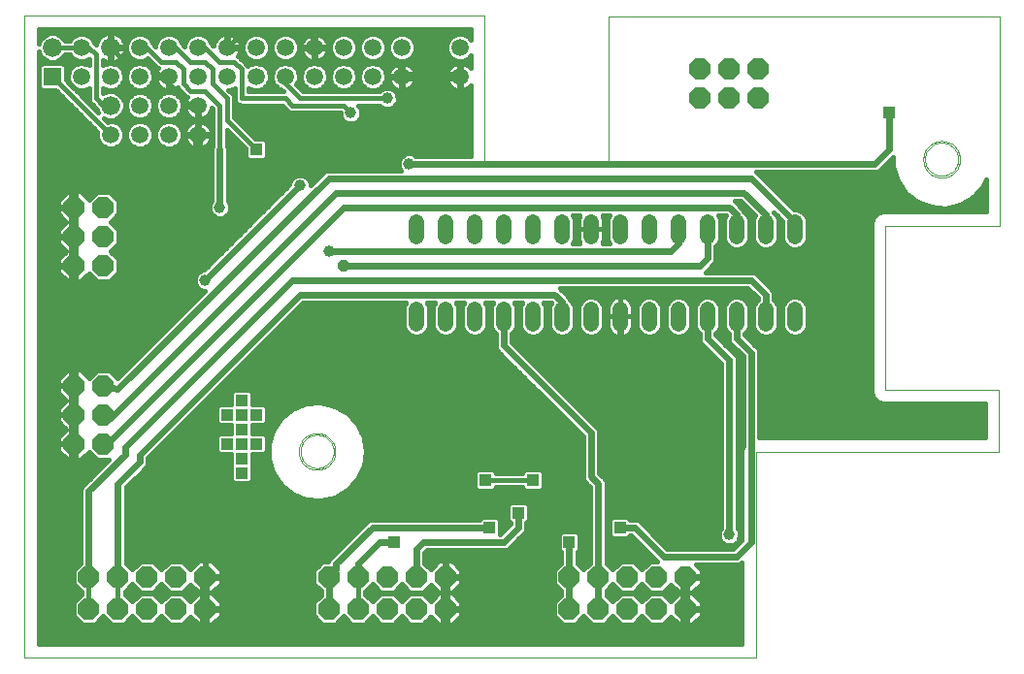
<source format=gbl>
G75*
G70*
%OFA0B0*%
%FSLAX24Y24*%
%IPPOS*%
%LPD*%
%AMOC8*
5,1,8,0,0,1.08239X$1,22.5*
%
%ADD10R,0.0594X0.0594*%
%ADD11C,0.0660*%
%ADD12C,0.0594*%
%ADD13C,0.0000*%
%ADD14OC8,0.0740*%
%ADD15C,0.0520*%
%ADD16C,0.0160*%
%ADD17R,0.0396X0.0396*%
%ADD18C,0.0240*%
%ADD19C,0.0320*%
%ADD20C,0.0396*%
%ADD21OC8,0.0396*%
D10*
X006960Y020930D03*
D11*
X006960Y021930D03*
X008960Y021930D03*
X008960Y019930D03*
D12*
X009960Y019930D03*
X010960Y019930D03*
X010960Y018930D03*
X009960Y018930D03*
X008960Y018930D03*
X008960Y020930D03*
X009960Y020930D03*
X010960Y020930D03*
X011960Y020930D03*
X012960Y020930D03*
X013960Y020930D03*
X014960Y020930D03*
X015960Y020930D03*
X016960Y020930D03*
X017960Y020930D03*
X018960Y020930D03*
X018960Y021930D03*
X017960Y021930D03*
X016960Y021930D03*
X015960Y021930D03*
X014960Y021930D03*
X013960Y021930D03*
X012960Y021930D03*
X011960Y021930D03*
X010960Y021930D03*
X009960Y021930D03*
X007960Y021930D03*
X007960Y020930D03*
X011960Y019930D03*
X011960Y018930D03*
X020960Y020930D03*
X020960Y021930D03*
D13*
X006010Y023030D02*
X006000Y000950D01*
X006001Y000950D02*
X031120Y000948D01*
X031120Y000950D02*
X031120Y008040D01*
X039460Y008040D01*
X039460Y010170D01*
X035560Y010170D01*
X035560Y015810D01*
X039500Y015810D01*
X039500Y022990D01*
X026060Y022980D01*
X026060Y018030D01*
X021810Y018030D01*
X021810Y023030D01*
X006010Y023030D01*
X015484Y008048D02*
X015486Y008095D01*
X015492Y008142D01*
X015501Y008188D01*
X015515Y008233D01*
X015532Y008277D01*
X015553Y008320D01*
X015577Y008360D01*
X015604Y008399D01*
X015635Y008435D01*
X015668Y008468D01*
X015704Y008499D01*
X015743Y008526D01*
X015783Y008550D01*
X015826Y008571D01*
X015870Y008588D01*
X015915Y008602D01*
X015961Y008611D01*
X016008Y008617D01*
X016055Y008619D01*
X016102Y008617D01*
X016149Y008611D01*
X016195Y008602D01*
X016240Y008588D01*
X016284Y008571D01*
X016327Y008550D01*
X016367Y008526D01*
X016406Y008499D01*
X016442Y008468D01*
X016475Y008435D01*
X016506Y008399D01*
X016533Y008360D01*
X016557Y008320D01*
X016578Y008277D01*
X016595Y008233D01*
X016609Y008188D01*
X016618Y008142D01*
X016624Y008095D01*
X016626Y008048D01*
X016624Y008001D01*
X016618Y007954D01*
X016609Y007908D01*
X016595Y007863D01*
X016578Y007819D01*
X016557Y007776D01*
X016533Y007736D01*
X016506Y007697D01*
X016475Y007661D01*
X016442Y007628D01*
X016406Y007597D01*
X016367Y007570D01*
X016327Y007546D01*
X016284Y007525D01*
X016240Y007508D01*
X016195Y007494D01*
X016149Y007485D01*
X016102Y007479D01*
X016055Y007477D01*
X016008Y007479D01*
X015961Y007485D01*
X015915Y007494D01*
X015870Y007508D01*
X015826Y007525D01*
X015783Y007546D01*
X015743Y007570D01*
X015704Y007597D01*
X015668Y007628D01*
X015635Y007661D01*
X015604Y007697D01*
X015577Y007736D01*
X015553Y007776D01*
X015532Y007819D01*
X015515Y007863D01*
X015501Y007908D01*
X015492Y007954D01*
X015486Y008001D01*
X015484Y008048D01*
X015418Y008043D02*
X015420Y008093D01*
X015426Y008143D01*
X015436Y008192D01*
X015450Y008240D01*
X015467Y008287D01*
X015488Y008332D01*
X015513Y008376D01*
X015541Y008417D01*
X015573Y008456D01*
X015607Y008493D01*
X015644Y008527D01*
X015684Y008557D01*
X015726Y008584D01*
X015770Y008608D01*
X015816Y008629D01*
X015863Y008645D01*
X015911Y008658D01*
X015961Y008667D01*
X016010Y008672D01*
X016061Y008673D01*
X016111Y008670D01*
X016160Y008663D01*
X016209Y008652D01*
X016257Y008637D01*
X016303Y008619D01*
X016348Y008597D01*
X016391Y008571D01*
X016432Y008542D01*
X016471Y008510D01*
X016507Y008475D01*
X016539Y008437D01*
X016569Y008397D01*
X016596Y008354D01*
X016619Y008310D01*
X016638Y008264D01*
X016654Y008216D01*
X016666Y008167D01*
X016674Y008118D01*
X016678Y008068D01*
X016678Y008018D01*
X016674Y007968D01*
X016666Y007919D01*
X016654Y007870D01*
X016638Y007822D01*
X016619Y007776D01*
X016596Y007732D01*
X016569Y007689D01*
X016539Y007649D01*
X016507Y007611D01*
X016471Y007576D01*
X016432Y007544D01*
X016391Y007515D01*
X016348Y007489D01*
X016303Y007467D01*
X016257Y007449D01*
X016209Y007434D01*
X016160Y007423D01*
X016111Y007416D01*
X016061Y007413D01*
X016010Y007414D01*
X015961Y007419D01*
X015911Y007428D01*
X015863Y007441D01*
X015816Y007457D01*
X015770Y007478D01*
X015726Y007502D01*
X015684Y007529D01*
X015644Y007559D01*
X015607Y007593D01*
X015573Y007630D01*
X015541Y007669D01*
X015513Y007710D01*
X015488Y007754D01*
X015467Y007799D01*
X015450Y007846D01*
X015436Y007894D01*
X015426Y007943D01*
X015420Y007993D01*
X015418Y008043D01*
X036929Y018091D02*
X036931Y018138D01*
X036937Y018185D01*
X036946Y018231D01*
X036960Y018276D01*
X036977Y018320D01*
X036998Y018363D01*
X037022Y018403D01*
X037049Y018442D01*
X037080Y018478D01*
X037113Y018511D01*
X037149Y018542D01*
X037188Y018569D01*
X037228Y018593D01*
X037271Y018614D01*
X037315Y018631D01*
X037360Y018645D01*
X037406Y018654D01*
X037453Y018660D01*
X037500Y018662D01*
X037547Y018660D01*
X037594Y018654D01*
X037640Y018645D01*
X037685Y018631D01*
X037729Y018614D01*
X037772Y018593D01*
X037812Y018569D01*
X037851Y018542D01*
X037887Y018511D01*
X037920Y018478D01*
X037951Y018442D01*
X037978Y018403D01*
X038002Y018363D01*
X038023Y018320D01*
X038040Y018276D01*
X038054Y018231D01*
X038063Y018185D01*
X038069Y018138D01*
X038071Y018091D01*
X038069Y018044D01*
X038063Y017997D01*
X038054Y017951D01*
X038040Y017906D01*
X038023Y017862D01*
X038002Y017819D01*
X037978Y017779D01*
X037951Y017740D01*
X037920Y017704D01*
X037887Y017671D01*
X037851Y017640D01*
X037812Y017613D01*
X037772Y017589D01*
X037729Y017568D01*
X037685Y017551D01*
X037640Y017537D01*
X037594Y017528D01*
X037547Y017522D01*
X037500Y017520D01*
X037453Y017522D01*
X037406Y017528D01*
X037360Y017537D01*
X037315Y017551D01*
X037271Y017568D01*
X037228Y017589D01*
X037188Y017613D01*
X037149Y017640D01*
X037113Y017671D01*
X037080Y017704D01*
X037049Y017740D01*
X037022Y017779D01*
X036998Y017819D01*
X036977Y017862D01*
X036960Y017906D01*
X036946Y017951D01*
X036937Y017997D01*
X036931Y018044D01*
X036929Y018091D01*
X036873Y018085D02*
X036875Y018135D01*
X036881Y018185D01*
X036891Y018234D01*
X036905Y018282D01*
X036922Y018329D01*
X036943Y018374D01*
X036968Y018418D01*
X036996Y018459D01*
X037028Y018498D01*
X037062Y018535D01*
X037099Y018569D01*
X037139Y018599D01*
X037181Y018626D01*
X037225Y018650D01*
X037271Y018671D01*
X037318Y018687D01*
X037366Y018700D01*
X037416Y018709D01*
X037465Y018714D01*
X037516Y018715D01*
X037566Y018712D01*
X037615Y018705D01*
X037664Y018694D01*
X037712Y018679D01*
X037758Y018661D01*
X037803Y018639D01*
X037846Y018613D01*
X037887Y018584D01*
X037926Y018552D01*
X037962Y018517D01*
X037994Y018479D01*
X038024Y018439D01*
X038051Y018396D01*
X038074Y018352D01*
X038093Y018306D01*
X038109Y018258D01*
X038121Y018209D01*
X038129Y018160D01*
X038133Y018110D01*
X038133Y018060D01*
X038129Y018010D01*
X038121Y017961D01*
X038109Y017912D01*
X038093Y017864D01*
X038074Y017818D01*
X038051Y017774D01*
X038024Y017731D01*
X037994Y017691D01*
X037962Y017653D01*
X037926Y017618D01*
X037887Y017586D01*
X037846Y017557D01*
X037803Y017531D01*
X037758Y017509D01*
X037712Y017491D01*
X037664Y017476D01*
X037615Y017465D01*
X037566Y017458D01*
X037516Y017455D01*
X037465Y017456D01*
X037416Y017461D01*
X037366Y017470D01*
X037318Y017483D01*
X037271Y017499D01*
X037225Y017520D01*
X037181Y017544D01*
X037139Y017571D01*
X037099Y017601D01*
X037062Y017635D01*
X037028Y017672D01*
X036996Y017711D01*
X036968Y017752D01*
X036943Y017796D01*
X036922Y017841D01*
X036905Y017888D01*
X036891Y017936D01*
X036881Y017985D01*
X036875Y018035D01*
X036873Y018085D01*
D14*
X031210Y020180D03*
X030210Y020180D03*
X029210Y020180D03*
X029210Y021180D03*
X030210Y021180D03*
X031210Y021180D03*
X008710Y016430D03*
X007710Y016430D03*
X007710Y015430D03*
X008710Y015430D03*
X008710Y014430D03*
X007710Y014430D03*
X007710Y010305D03*
X008710Y010305D03*
X008710Y009305D03*
X007710Y009305D03*
X007710Y008305D03*
X008710Y008305D03*
X008210Y003730D03*
X009210Y003730D03*
X010210Y003730D03*
X011210Y003730D03*
X012210Y003730D03*
X012210Y002630D03*
X011210Y002630D03*
X010210Y002630D03*
X009210Y002630D03*
X008210Y002630D03*
X016460Y002630D03*
X017460Y002630D03*
X018460Y002630D03*
X019460Y002630D03*
X020460Y002630D03*
X020460Y003730D03*
X019460Y003730D03*
X018460Y003730D03*
X017460Y003730D03*
X016460Y003730D03*
X024710Y003730D03*
X025710Y003730D03*
X026710Y003730D03*
X027710Y003730D03*
X028710Y003730D03*
X028710Y002630D03*
X027710Y002630D03*
X026710Y002630D03*
X025710Y002630D03*
X024710Y002630D03*
D15*
X024460Y012420D02*
X024460Y012940D01*
X023460Y012940D02*
X023460Y012420D01*
X022460Y012420D02*
X022460Y012940D01*
X021460Y012940D02*
X021460Y012420D01*
X020460Y012420D02*
X020460Y012940D01*
X019460Y012940D02*
X019460Y012420D01*
X019460Y015420D02*
X019460Y015940D01*
X020460Y015940D02*
X020460Y015420D01*
X021460Y015420D02*
X021460Y015940D01*
X022460Y015940D02*
X022460Y015420D01*
X023460Y015420D02*
X023460Y015940D01*
X024460Y015940D02*
X024460Y015420D01*
X025460Y015420D02*
X025460Y015940D01*
X026460Y015940D02*
X026460Y015420D01*
X027460Y015420D02*
X027460Y015940D01*
X028460Y015940D02*
X028460Y015420D01*
X029460Y015420D02*
X029460Y015940D01*
X030460Y015940D02*
X030460Y015420D01*
X031460Y015420D02*
X031460Y015940D01*
X032460Y015940D02*
X032460Y015420D01*
X032460Y012940D02*
X032460Y012420D01*
X031460Y012420D02*
X031460Y012940D01*
X030460Y012940D02*
X030460Y012420D01*
X029460Y012420D02*
X029460Y012940D01*
X028460Y012940D02*
X028460Y012420D01*
X027460Y012420D02*
X027460Y012940D01*
X026460Y012940D02*
X026460Y012420D01*
X025460Y012420D02*
X025460Y012940D01*
D16*
X025040Y012976D02*
X024880Y012976D01*
X024880Y013024D02*
X024816Y013178D01*
X024727Y013267D01*
X024698Y013339D01*
X024619Y013417D01*
X024448Y013589D01*
X024386Y013650D01*
X030844Y013650D01*
X031180Y013314D01*
X031180Y013254D01*
X031104Y013178D01*
X031040Y013024D01*
X031040Y012336D01*
X031104Y012182D01*
X031222Y012064D01*
X031377Y012000D01*
X031544Y012000D01*
X031698Y012064D01*
X031816Y012182D01*
X031880Y012336D01*
X031880Y013024D01*
X031816Y013178D01*
X031740Y013254D01*
X031740Y013486D01*
X031698Y013589D01*
X031619Y013667D01*
X031119Y014167D01*
X031016Y014210D01*
X029386Y014210D01*
X029448Y014271D01*
X029698Y014521D01*
X029740Y014624D01*
X029740Y015106D01*
X029816Y015182D01*
X029880Y015336D01*
X029880Y016024D01*
X029828Y016150D01*
X030093Y016150D01*
X030040Y016024D01*
X030040Y015336D01*
X030104Y015182D01*
X030222Y015064D01*
X030377Y015000D01*
X030544Y015000D01*
X030698Y015064D01*
X030816Y015182D01*
X030880Y015336D01*
X030880Y016024D01*
X030816Y016178D01*
X030727Y016267D01*
X030698Y016339D01*
X030448Y016589D01*
X030386Y016650D01*
X030594Y016650D01*
X031093Y016151D01*
X031040Y016024D01*
X031040Y015336D01*
X031104Y015182D01*
X031222Y015064D01*
X031377Y015000D01*
X031544Y015000D01*
X031698Y015064D01*
X031816Y015182D01*
X031880Y015336D01*
X031880Y016024D01*
X031816Y016178D01*
X031727Y016267D01*
X032040Y015954D01*
X032040Y015336D01*
X032104Y015182D01*
X032222Y015064D01*
X032377Y015000D01*
X032544Y015000D01*
X032698Y015064D01*
X032816Y015182D01*
X032880Y015336D01*
X032880Y016024D01*
X032816Y016178D01*
X032698Y016296D01*
X032544Y016360D01*
X032426Y016360D01*
X031198Y017589D01*
X031136Y017650D01*
X035266Y017650D01*
X035369Y017693D01*
X035842Y018165D01*
X035842Y017835D01*
X035989Y017356D01*
X036271Y016942D01*
X036271Y016942D01*
X036271Y016942D01*
X036663Y016630D01*
X037129Y016447D01*
X037628Y016410D01*
X038117Y016521D01*
X038550Y016772D01*
X038550Y016772D01*
X038891Y017139D01*
X039020Y017407D01*
X039020Y016290D01*
X035465Y016290D01*
X035288Y016217D01*
X035153Y016082D01*
X035080Y015905D01*
X035080Y010075D01*
X035153Y009898D01*
X035288Y009763D01*
X035465Y009690D01*
X038980Y009690D01*
X038980Y008520D01*
X031240Y008520D01*
X031240Y011486D01*
X031198Y011589D01*
X031119Y011667D01*
X030740Y012046D01*
X030740Y012106D01*
X030816Y012182D01*
X030880Y012336D01*
X030880Y013024D01*
X030816Y013178D01*
X030698Y013296D01*
X030544Y013360D01*
X030377Y013360D01*
X030222Y013296D01*
X030104Y013178D01*
X030040Y013024D01*
X030040Y012336D01*
X030104Y012182D01*
X030180Y012106D01*
X030180Y011874D01*
X030223Y011771D01*
X030680Y011314D01*
X030680Y008232D01*
X030640Y008135D01*
X030640Y005006D01*
X030344Y004710D01*
X028076Y004710D01*
X027198Y005589D01*
X027119Y005667D01*
X027016Y005710D01*
X026803Y005710D01*
X026725Y005788D01*
X026196Y005788D01*
X026102Y005694D01*
X026102Y005166D01*
X026196Y005072D01*
X026725Y005072D01*
X026803Y005150D01*
X026844Y005150D01*
X027734Y004260D01*
X027491Y004260D01*
X027210Y003980D01*
X026930Y004260D01*
X026491Y004260D01*
X026210Y003980D01*
X025990Y004200D01*
X025990Y006986D01*
X025948Y007089D01*
X025740Y007296D01*
X025740Y008736D01*
X025698Y008839D01*
X022740Y011796D01*
X022740Y012106D01*
X022816Y012182D01*
X022880Y012336D01*
X022880Y013024D01*
X022828Y013150D01*
X023093Y013150D01*
X023040Y013024D01*
X023040Y012336D01*
X023104Y012182D01*
X023222Y012064D01*
X023377Y012000D01*
X023544Y012000D01*
X023698Y012064D01*
X023816Y012182D01*
X023880Y012336D01*
X023880Y013024D01*
X023828Y013150D01*
X024093Y013150D01*
X024040Y013024D01*
X024040Y012336D01*
X024104Y012182D01*
X024222Y012064D01*
X024377Y012000D01*
X024544Y012000D01*
X024698Y012064D01*
X024816Y012182D01*
X024880Y012336D01*
X024880Y013024D01*
X024834Y013135D02*
X025086Y013135D01*
X025104Y013178D02*
X025040Y013024D01*
X025040Y012336D01*
X025104Y012182D01*
X025222Y012064D01*
X025377Y012000D01*
X025544Y012000D01*
X025698Y012064D01*
X025816Y012182D01*
X025880Y012336D01*
X025880Y013024D01*
X025816Y013178D01*
X025698Y013296D01*
X025544Y013360D01*
X025377Y013360D01*
X025222Y013296D01*
X025104Y013178D01*
X025219Y013293D02*
X024716Y013293D01*
X024619Y013417D02*
X024619Y013417D01*
X024585Y013452D02*
X031043Y013452D01*
X031180Y013293D02*
X030701Y013293D01*
X030834Y013135D02*
X031086Y013135D01*
X031040Y012976D02*
X030880Y012976D01*
X030880Y012818D02*
X031040Y012818D01*
X031040Y012659D02*
X030880Y012659D01*
X030880Y012501D02*
X031040Y012501D01*
X031040Y012342D02*
X030880Y012342D01*
X030817Y012184D02*
X031104Y012184D01*
X031316Y012025D02*
X030761Y012025D01*
X030920Y011867D02*
X035080Y011867D01*
X035080Y012025D02*
X032604Y012025D01*
X032544Y012000D02*
X032698Y012064D01*
X032816Y012182D01*
X032880Y012336D01*
X032880Y013024D01*
X032816Y013178D01*
X032698Y013296D01*
X032544Y013360D01*
X032377Y013360D01*
X032222Y013296D01*
X032104Y013178D01*
X032040Y013024D01*
X032040Y012336D01*
X032104Y012182D01*
X032222Y012064D01*
X032377Y012000D01*
X032544Y012000D01*
X032316Y012025D02*
X031604Y012025D01*
X031817Y012184D02*
X032104Y012184D01*
X032040Y012342D02*
X031880Y012342D01*
X031880Y012501D02*
X032040Y012501D01*
X032040Y012659D02*
X031880Y012659D01*
X031880Y012818D02*
X032040Y012818D01*
X032040Y012976D02*
X031880Y012976D01*
X031834Y013135D02*
X032086Y013135D01*
X032219Y013293D02*
X031740Y013293D01*
X031740Y013452D02*
X035080Y013452D01*
X035080Y013610D02*
X031676Y013610D01*
X031518Y013769D02*
X035080Y013769D01*
X035080Y013927D02*
X031359Y013927D01*
X031201Y014086D02*
X035080Y014086D01*
X035080Y014244D02*
X029420Y014244D01*
X029579Y014403D02*
X035080Y014403D01*
X035080Y014561D02*
X029714Y014561D01*
X029740Y014720D02*
X035080Y014720D01*
X035080Y014878D02*
X029740Y014878D01*
X029740Y015037D02*
X030289Y015037D01*
X030099Y015195D02*
X029822Y015195D01*
X029880Y015354D02*
X030040Y015354D01*
X030040Y015512D02*
X029880Y015512D01*
X029880Y015671D02*
X030040Y015671D01*
X030040Y015829D02*
X029880Y015829D01*
X029880Y015988D02*
X030040Y015988D01*
X030091Y016146D02*
X029830Y016146D01*
X030415Y016622D02*
X030623Y016622D01*
X030573Y016463D02*
X030781Y016463D01*
X030712Y016305D02*
X030940Y016305D01*
X030830Y016146D02*
X031091Y016146D01*
X031040Y015988D02*
X030880Y015988D01*
X030880Y015829D02*
X031040Y015829D01*
X031040Y015671D02*
X030880Y015671D01*
X030880Y015512D02*
X031040Y015512D01*
X031040Y015354D02*
X030880Y015354D01*
X030822Y015195D02*
X031099Y015195D01*
X031289Y015037D02*
X030632Y015037D01*
X031632Y015037D02*
X032289Y015037D01*
X032099Y015195D02*
X031822Y015195D01*
X031880Y015354D02*
X032040Y015354D01*
X032040Y015512D02*
X031880Y015512D01*
X031880Y015671D02*
X032040Y015671D01*
X032040Y015829D02*
X031880Y015829D01*
X031880Y015988D02*
X032007Y015988D01*
X031848Y016146D02*
X031830Y016146D01*
X031727Y016267D02*
X031727Y016267D01*
X032323Y016463D02*
X037088Y016463D01*
X037129Y016447D02*
X037129Y016447D01*
X036685Y016622D02*
X032165Y016622D01*
X032006Y016780D02*
X036475Y016780D01*
X036663Y016630D02*
X036663Y016630D01*
X036276Y016939D02*
X031848Y016939D01*
X031689Y017097D02*
X036166Y017097D01*
X036058Y017256D02*
X031531Y017256D01*
X031372Y017414D02*
X035971Y017414D01*
X035989Y017356D02*
X035989Y017356D01*
X035922Y017573D02*
X031214Y017573D01*
X032678Y016305D02*
X039020Y016305D01*
X039020Y016463D02*
X037862Y016463D01*
X037628Y016410D02*
X037628Y016410D01*
X038117Y016521D02*
X038117Y016521D01*
X038290Y016622D02*
X039020Y016622D01*
X039020Y016780D02*
X038558Y016780D01*
X038705Y016939D02*
X039020Y016939D01*
X039020Y017097D02*
X038852Y017097D01*
X038891Y017139D02*
X038891Y017139D01*
X038947Y017256D02*
X039020Y017256D01*
X035873Y017731D02*
X035407Y017731D01*
X035566Y017890D02*
X035842Y017890D01*
X035842Y018048D02*
X035724Y018048D01*
X035217Y016146D02*
X032830Y016146D01*
X032880Y015988D02*
X035114Y015988D01*
X035080Y015829D02*
X032880Y015829D01*
X032880Y015671D02*
X035080Y015671D01*
X035080Y015512D02*
X032880Y015512D01*
X032880Y015354D02*
X035080Y015354D01*
X035080Y015195D02*
X032822Y015195D01*
X032632Y015037D02*
X035080Y015037D01*
X035080Y013293D02*
X032701Y013293D01*
X032834Y013135D02*
X035080Y013135D01*
X035080Y012976D02*
X032880Y012976D01*
X032880Y012818D02*
X035080Y012818D01*
X035080Y012659D02*
X032880Y012659D01*
X032880Y012501D02*
X035080Y012501D01*
X035080Y012342D02*
X032880Y012342D01*
X032817Y012184D02*
X035080Y012184D01*
X035080Y011708D02*
X031078Y011708D01*
X031214Y011550D02*
X035080Y011550D01*
X035080Y011391D02*
X031240Y011391D01*
X031240Y011233D02*
X035080Y011233D01*
X035080Y011074D02*
X031240Y011074D01*
X031240Y010916D02*
X035080Y010916D01*
X035080Y010757D02*
X031240Y010757D01*
X031240Y010599D02*
X035080Y010599D01*
X035080Y010440D02*
X031240Y010440D01*
X031240Y010282D02*
X035080Y010282D01*
X035080Y010123D02*
X031240Y010123D01*
X031240Y009965D02*
X035126Y009965D01*
X035245Y009806D02*
X031240Y009806D01*
X031240Y009648D02*
X038980Y009648D01*
X038980Y009489D02*
X031240Y009489D01*
X031240Y009331D02*
X038980Y009331D01*
X038980Y009172D02*
X031240Y009172D01*
X031240Y009014D02*
X038980Y009014D01*
X038980Y008855D02*
X031240Y008855D01*
X031240Y008697D02*
X038980Y008697D01*
X038980Y008538D02*
X031240Y008538D01*
X030680Y008538D02*
X030490Y008538D01*
X030490Y008380D02*
X030680Y008380D01*
X030676Y008221D02*
X030490Y008221D01*
X030490Y008063D02*
X030640Y008063D01*
X030640Y007904D02*
X030490Y007904D01*
X030490Y007746D02*
X030640Y007746D01*
X030640Y007587D02*
X030490Y007587D01*
X030490Y007429D02*
X030640Y007429D01*
X030640Y007270D02*
X030490Y007270D01*
X030490Y007112D02*
X030640Y007112D01*
X030640Y006953D02*
X030490Y006953D01*
X030490Y006795D02*
X030640Y006795D01*
X030640Y006636D02*
X030490Y006636D01*
X030490Y006478D02*
X030640Y006478D01*
X030640Y006319D02*
X030490Y006319D01*
X030490Y006161D02*
X030640Y006161D01*
X030640Y006002D02*
X030490Y006002D01*
X030490Y005844D02*
X030640Y005844D01*
X030640Y005685D02*
X030490Y005685D01*
X030490Y005527D02*
X030640Y005527D01*
X030640Y005368D02*
X030520Y005368D01*
X030514Y005383D02*
X030568Y005251D01*
X030568Y005109D01*
X030514Y004977D01*
X030413Y004876D01*
X030281Y004822D01*
X030139Y004822D01*
X030007Y004876D01*
X029907Y004977D01*
X029852Y005109D01*
X029852Y005251D01*
X029907Y005383D01*
X029930Y005406D01*
X029930Y011064D01*
X029302Y011693D01*
X029223Y011771D01*
X029180Y011874D01*
X029180Y012106D01*
X029104Y012182D01*
X029040Y012336D01*
X029040Y013024D01*
X029104Y013178D01*
X029222Y013296D01*
X029377Y013360D01*
X029544Y013360D01*
X029698Y013296D01*
X029816Y013178D01*
X029880Y013024D01*
X029880Y012336D01*
X029816Y012182D01*
X029740Y012106D01*
X029740Y012046D01*
X030448Y011339D01*
X030490Y011236D01*
X030490Y005406D01*
X030514Y005383D01*
X030568Y005210D02*
X030640Y005210D01*
X030640Y005051D02*
X030544Y005051D01*
X030527Y004893D02*
X030429Y004893D01*
X030368Y004734D02*
X028052Y004734D01*
X027894Y004893D02*
X029991Y004893D01*
X029876Y005051D02*
X027735Y005051D01*
X027577Y005210D02*
X029852Y005210D01*
X029900Y005368D02*
X027418Y005368D01*
X027260Y005527D02*
X029930Y005527D01*
X029930Y005685D02*
X027076Y005685D01*
X026102Y005685D02*
X025990Y005685D01*
X025990Y005527D02*
X026102Y005527D01*
X026102Y005368D02*
X025990Y005368D01*
X025990Y005210D02*
X026102Y005210D01*
X025990Y005051D02*
X026943Y005051D01*
X027102Y004893D02*
X025990Y004893D01*
X025990Y004734D02*
X027260Y004734D01*
X027419Y004576D02*
X025990Y004576D01*
X025990Y004417D02*
X027577Y004417D01*
X027489Y004259D02*
X026931Y004259D01*
X027090Y004100D02*
X027331Y004100D01*
X026489Y004259D02*
X025990Y004259D01*
X026090Y004100D02*
X026331Y004100D01*
X025430Y004200D02*
X025210Y003980D01*
X024990Y004200D01*
X024990Y004588D01*
X025068Y004666D01*
X025068Y005194D01*
X024975Y005288D01*
X024446Y005288D01*
X024352Y005194D01*
X024352Y004666D01*
X024430Y004588D01*
X024430Y004200D01*
X024180Y003950D01*
X024180Y003510D01*
X024430Y003260D01*
X024430Y003100D01*
X024180Y002850D01*
X024180Y002410D01*
X024491Y002100D01*
X024930Y002100D01*
X025210Y002380D01*
X025491Y002100D01*
X025930Y002100D01*
X026210Y002380D01*
X026491Y002100D01*
X026930Y002100D01*
X027210Y002380D01*
X027491Y002100D01*
X027930Y002100D01*
X028196Y002366D01*
X028482Y002080D01*
X028690Y002080D01*
X028690Y002610D01*
X028730Y002610D01*
X028730Y002080D01*
X028938Y002080D01*
X029260Y002402D01*
X029260Y002610D01*
X028730Y002610D01*
X028730Y002650D01*
X028690Y002650D01*
X028690Y003180D01*
X028690Y003710D01*
X028730Y003710D01*
X028730Y003180D01*
X028938Y003180D01*
X029260Y003502D01*
X029260Y003710D01*
X028730Y003710D01*
X028730Y003750D01*
X029260Y003750D01*
X029260Y003958D01*
X029068Y004150D01*
X030516Y004150D01*
X030619Y004193D01*
X030640Y004214D01*
X030640Y001428D01*
X006480Y001430D01*
X006490Y021786D01*
X006545Y021652D01*
X006683Y021515D01*
X006863Y021440D01*
X007058Y021440D01*
X007238Y021515D01*
X007376Y021652D01*
X007391Y021690D01*
X007565Y021690D01*
X007573Y021671D01*
X007701Y021543D01*
X007869Y021473D01*
X008051Y021473D01*
X008219Y021543D01*
X008220Y021544D01*
X008220Y021316D01*
X008219Y021317D01*
X008051Y021387D01*
X007869Y021387D01*
X007701Y021317D01*
X007573Y021189D01*
X007503Y021021D01*
X007503Y020839D01*
X007573Y020671D01*
X007701Y020543D01*
X007869Y020473D01*
X008051Y020473D01*
X008219Y020543D01*
X008220Y020544D01*
X008220Y020132D01*
X008257Y020044D01*
X008472Y019829D01*
X008522Y019708D01*
X007417Y020813D01*
X007417Y021293D01*
X007323Y021387D01*
X006597Y021387D01*
X006503Y021293D01*
X006503Y020567D01*
X006597Y020473D01*
X007078Y020473D01*
X008511Y019040D01*
X008503Y019021D01*
X008503Y018839D01*
X008573Y018671D01*
X008701Y018543D01*
X008869Y018473D01*
X009051Y018473D01*
X009219Y018543D01*
X009348Y018671D01*
X009417Y018839D01*
X009417Y019021D01*
X009348Y019189D01*
X009219Y019317D01*
X009051Y019387D01*
X008869Y019387D01*
X008851Y019379D01*
X008738Y019492D01*
X008863Y019440D01*
X009058Y019440D01*
X009238Y019515D01*
X009376Y019652D01*
X009450Y019833D01*
X009450Y020027D01*
X009376Y020208D01*
X009238Y020345D01*
X009058Y020420D01*
X008863Y020420D01*
X008700Y020353D01*
X008700Y020544D01*
X008701Y020543D01*
X008869Y020473D01*
X009051Y020473D01*
X009219Y020543D01*
X009348Y020671D01*
X009417Y020839D01*
X009417Y021021D01*
X009348Y021189D01*
X009219Y021317D01*
X009051Y021387D01*
X008869Y021387D01*
X008701Y021317D01*
X008700Y021316D01*
X008700Y021490D01*
X008764Y021457D01*
X008841Y021433D01*
X008920Y021420D01*
X008942Y021420D01*
X008942Y021912D01*
X008979Y021912D01*
X008979Y021948D01*
X009470Y021948D01*
X009470Y021970D01*
X009458Y022049D01*
X009433Y022126D01*
X009396Y022197D01*
X009349Y022262D01*
X009292Y022319D01*
X009228Y022366D01*
X009156Y022403D01*
X009080Y022427D01*
X009000Y022440D01*
X008979Y022440D01*
X008979Y021948D01*
X008942Y021948D01*
X008942Y022440D01*
X008920Y022440D01*
X008841Y022427D01*
X008764Y022403D01*
X008693Y022366D01*
X008628Y022319D01*
X008571Y022262D01*
X008524Y022197D01*
X008488Y022126D01*
X008463Y022049D01*
X008458Y022021D01*
X008388Y022092D01*
X008348Y022189D01*
X008219Y022317D01*
X008051Y022387D01*
X007869Y022387D01*
X007701Y022317D01*
X007573Y022189D01*
X007565Y022170D01*
X007391Y022170D01*
X007376Y022208D01*
X007238Y022345D01*
X007058Y022420D01*
X006863Y022420D01*
X006683Y022345D01*
X006545Y022208D01*
X006490Y022075D01*
X006490Y022550D01*
X021330Y022550D01*
X021330Y022206D01*
X021219Y022317D01*
X021051Y022387D01*
X020869Y022387D01*
X020701Y022317D01*
X020573Y022189D01*
X020503Y022021D01*
X020503Y021839D01*
X020573Y021671D01*
X020701Y021543D01*
X020869Y021473D01*
X021051Y021473D01*
X021219Y021543D01*
X021330Y021654D01*
X021330Y021232D01*
X021324Y021241D01*
X021271Y021294D01*
X021210Y021338D01*
X021143Y021372D01*
X021072Y021395D01*
X020998Y021407D01*
X020979Y021407D01*
X020979Y020948D01*
X020942Y020948D01*
X020942Y020912D01*
X020483Y020912D01*
X020483Y020892D01*
X020495Y020818D01*
X020518Y020747D01*
X020552Y020680D01*
X020597Y020619D01*
X020650Y020566D01*
X020710Y020522D01*
X020777Y020488D01*
X020849Y020465D01*
X020923Y020453D01*
X020942Y020453D01*
X020942Y020912D01*
X020979Y020912D01*
X020979Y020453D01*
X020998Y020453D01*
X021072Y020465D01*
X021143Y020488D01*
X021210Y020522D01*
X021271Y020566D01*
X021324Y020619D01*
X021330Y020628D01*
X021330Y018210D01*
X019437Y018210D01*
X019413Y018234D01*
X019281Y018288D01*
X019139Y018288D01*
X019007Y018234D01*
X018907Y018133D01*
X018852Y018001D01*
X018852Y017859D01*
X018907Y017727D01*
X018924Y017710D01*
X016405Y017710D01*
X016302Y017667D01*
X016223Y017589D01*
X016223Y017589D01*
X015818Y017184D01*
X015818Y017251D01*
X015764Y017383D01*
X015663Y017484D01*
X015531Y017538D01*
X015389Y017538D01*
X015257Y017484D01*
X015157Y017383D01*
X015102Y017251D01*
X015102Y017218D01*
X012172Y014288D01*
X012139Y014288D01*
X012007Y014234D01*
X011907Y014133D01*
X011852Y014001D01*
X011852Y013859D01*
X011907Y013727D01*
X012007Y013626D01*
X012139Y013572D01*
X012206Y013572D01*
X009200Y010565D01*
X008930Y010835D01*
X008491Y010835D01*
X008224Y010569D01*
X007938Y010855D01*
X007730Y010855D01*
X007730Y010325D01*
X007690Y010325D01*
X007690Y010285D01*
X007160Y010285D01*
X007160Y010077D01*
X007432Y009805D01*
X007160Y009533D01*
X007160Y009325D01*
X007690Y009325D01*
X007690Y009285D01*
X007160Y009285D01*
X007160Y009077D01*
X007432Y008805D01*
X007160Y008533D01*
X007160Y008325D01*
X007690Y008325D01*
X007690Y008285D01*
X007160Y008285D01*
X007160Y008077D01*
X007482Y007755D01*
X007690Y007755D01*
X007690Y008285D01*
X007730Y008285D01*
X007730Y007755D01*
X007938Y007755D01*
X008224Y008041D01*
X008491Y007775D01*
X008909Y007775D01*
X007973Y006839D01*
X007930Y006736D01*
X007930Y004200D01*
X007680Y003950D01*
X007680Y003510D01*
X007970Y003220D01*
X007970Y003140D01*
X007680Y002850D01*
X007680Y002410D01*
X007991Y002100D01*
X008430Y002100D01*
X008710Y002380D01*
X008991Y002100D01*
X009430Y002100D01*
X009710Y002380D01*
X009991Y002100D01*
X010430Y002100D01*
X010710Y002380D01*
X010991Y002100D01*
X011430Y002100D01*
X011696Y002366D01*
X011982Y002080D01*
X012190Y002080D01*
X012190Y002610D01*
X012230Y002610D01*
X012230Y002080D01*
X012438Y002080D01*
X012760Y002402D01*
X012760Y002610D01*
X012230Y002610D01*
X012230Y002650D01*
X012190Y002650D01*
X012190Y003180D01*
X012190Y003710D01*
X012230Y003710D01*
X012230Y003180D01*
X012438Y003180D01*
X012760Y003502D01*
X012760Y003710D01*
X012230Y003710D01*
X012230Y003750D01*
X012190Y003750D01*
X012190Y004280D01*
X011982Y004280D01*
X011696Y003994D01*
X011430Y004260D01*
X010991Y004260D01*
X010710Y003980D01*
X010430Y004260D01*
X009991Y004260D01*
X009710Y003980D01*
X009490Y004200D01*
X009490Y006814D01*
X010119Y007443D01*
X010198Y007521D01*
X010240Y007624D01*
X010240Y007814D01*
X015576Y013150D01*
X019093Y013150D01*
X019040Y013024D01*
X019040Y012336D01*
X019104Y012182D01*
X019222Y012064D01*
X019377Y012000D01*
X019544Y012000D01*
X019698Y012064D01*
X019816Y012182D01*
X019880Y012336D01*
X019880Y013024D01*
X019828Y013150D01*
X020093Y013150D01*
X020040Y013024D01*
X020040Y012336D01*
X020104Y012182D01*
X020222Y012064D01*
X020377Y012000D01*
X020544Y012000D01*
X020698Y012064D01*
X020816Y012182D01*
X020880Y012336D01*
X020880Y013024D01*
X020828Y013150D01*
X021093Y013150D01*
X021040Y013024D01*
X021040Y012336D01*
X021104Y012182D01*
X021222Y012064D01*
X021377Y012000D01*
X021544Y012000D01*
X021698Y012064D01*
X021816Y012182D01*
X021880Y012336D01*
X021880Y013024D01*
X021828Y013150D01*
X022093Y013150D01*
X022040Y013024D01*
X022040Y012336D01*
X022104Y012182D01*
X022180Y012106D01*
X022180Y011624D01*
X022223Y011521D01*
X022302Y011443D01*
X025180Y008564D01*
X025180Y007124D01*
X025223Y007021D01*
X025302Y006943D01*
X025430Y006814D01*
X025430Y004200D01*
X025430Y004259D02*
X024990Y004259D01*
X024990Y004417D02*
X025430Y004417D01*
X025430Y004576D02*
X024990Y004576D01*
X025068Y004734D02*
X025430Y004734D01*
X025430Y004893D02*
X025068Y004893D01*
X025068Y005051D02*
X025430Y005051D01*
X025430Y005210D02*
X025053Y005210D01*
X025430Y005368D02*
X023238Y005368D01*
X023240Y005374D02*
X023198Y005271D01*
X023119Y005193D01*
X022619Y004693D01*
X022516Y004650D01*
X019826Y004650D01*
X019740Y004564D01*
X019740Y004200D01*
X019946Y003994D01*
X020232Y004280D01*
X020440Y004280D01*
X020440Y003750D01*
X020480Y003750D01*
X020480Y004280D01*
X020688Y004280D01*
X021010Y003958D01*
X021010Y003750D01*
X020480Y003750D01*
X020480Y003710D01*
X020480Y003180D01*
X020688Y003180D01*
X021010Y003502D01*
X021010Y003710D01*
X020480Y003710D01*
X020440Y003710D01*
X020440Y003180D01*
X020232Y003180D01*
X019946Y003466D01*
X019946Y003466D01*
X019680Y003200D01*
X019241Y003200D01*
X018960Y003480D01*
X018680Y003200D01*
X018241Y003200D01*
X017960Y003480D01*
X017700Y003220D01*
X017700Y003140D01*
X017960Y002880D01*
X018241Y003160D01*
X018680Y003160D01*
X018960Y002880D01*
X019241Y003160D01*
X019680Y003160D01*
X019946Y002894D01*
X020232Y003180D01*
X020440Y003180D01*
X020440Y002650D01*
X020480Y002650D01*
X020480Y003180D01*
X020688Y003180D01*
X021010Y002858D01*
X021010Y002650D01*
X020480Y002650D01*
X020480Y002610D01*
X020480Y002080D01*
X020688Y002080D01*
X021010Y002402D01*
X021010Y002610D01*
X020480Y002610D01*
X020440Y002610D01*
X020440Y002080D01*
X020232Y002080D01*
X019946Y002366D01*
X019680Y002100D01*
X019241Y002100D01*
X018960Y002380D01*
X018680Y002100D01*
X018241Y002100D01*
X017960Y002380D01*
X017680Y002100D01*
X017241Y002100D01*
X016960Y002380D01*
X016680Y002100D01*
X016241Y002100D01*
X015930Y002410D01*
X015930Y002850D01*
X016180Y003100D01*
X016180Y003260D01*
X015930Y003510D01*
X015930Y003950D01*
X016241Y004260D01*
X016440Y004260D01*
X016473Y004339D01*
X016552Y004417D01*
X017802Y005667D01*
X017905Y005710D01*
X021618Y005710D01*
X021696Y005788D01*
X022225Y005788D01*
X022318Y005694D01*
X022318Y005210D01*
X022344Y005210D01*
X022680Y005546D01*
X022680Y005588D01*
X022602Y005666D01*
X022602Y006194D01*
X022696Y006288D01*
X023225Y006288D01*
X023318Y006194D01*
X023318Y005666D01*
X023240Y005588D01*
X023240Y005374D01*
X023240Y005527D02*
X025430Y005527D01*
X025430Y005685D02*
X023318Y005685D01*
X023318Y005844D02*
X025430Y005844D01*
X025430Y006002D02*
X023318Y006002D01*
X023318Y006161D02*
X025430Y006161D01*
X025430Y006319D02*
X009490Y006319D01*
X009490Y006161D02*
X022602Y006161D01*
X022602Y006002D02*
X009490Y006002D01*
X009490Y005844D02*
X022602Y005844D01*
X022602Y005685D02*
X022318Y005685D01*
X022318Y005527D02*
X022661Y005527D01*
X022502Y005368D02*
X022318Y005368D01*
X022819Y004893D02*
X024352Y004893D01*
X024352Y005051D02*
X022977Y005051D01*
X023136Y005210D02*
X024367Y005210D01*
X024352Y004734D02*
X022660Y004734D01*
X024180Y003942D02*
X021010Y003942D01*
X021010Y003783D02*
X024180Y003783D01*
X024180Y003625D02*
X021010Y003625D01*
X020974Y003466D02*
X024225Y003466D01*
X024383Y003308D02*
X020816Y003308D01*
X020719Y003149D02*
X024430Y003149D01*
X024321Y002991D02*
X020878Y002991D01*
X021010Y002832D02*
X024180Y002832D01*
X024180Y002674D02*
X021010Y002674D01*
X021010Y002515D02*
X024180Y002515D01*
X024234Y002357D02*
X020965Y002357D01*
X020806Y002198D02*
X024393Y002198D01*
X025028Y002198D02*
X025393Y002198D01*
X025234Y002357D02*
X025186Y002357D01*
X026028Y002198D02*
X026393Y002198D01*
X026234Y002357D02*
X026186Y002357D01*
X026210Y002880D02*
X025990Y003100D01*
X025990Y003260D01*
X026210Y003480D01*
X026491Y003200D01*
X026930Y003200D01*
X027210Y003480D01*
X027491Y003200D01*
X027930Y003200D01*
X028196Y003466D01*
X028196Y003466D01*
X028482Y003180D01*
X028690Y003180D01*
X028482Y003180D01*
X028196Y002894D01*
X027930Y003160D01*
X027491Y003160D01*
X027210Y002880D01*
X026930Y003160D01*
X026491Y003160D01*
X026210Y002880D01*
X026099Y002991D02*
X026321Y002991D01*
X026480Y003149D02*
X025990Y003149D01*
X026037Y003308D02*
X026383Y003308D01*
X026225Y003466D02*
X026196Y003466D01*
X026941Y003149D02*
X027480Y003149D01*
X027383Y003308D02*
X027037Y003308D01*
X027196Y003466D02*
X027225Y003466D01*
X027321Y002991D02*
X027099Y002991D01*
X027186Y002357D02*
X027234Y002357D01*
X027393Y002198D02*
X027028Y002198D01*
X028028Y002198D02*
X028364Y002198D01*
X028206Y002357D02*
X028186Y002357D01*
X028690Y002357D02*
X028730Y002357D01*
X028730Y002515D02*
X028690Y002515D01*
X028730Y002650D02*
X029260Y002650D01*
X029260Y002858D01*
X028938Y003180D01*
X028730Y003180D01*
X028730Y002650D01*
X028730Y002674D02*
X028690Y002674D01*
X028690Y002832D02*
X028730Y002832D01*
X028730Y002991D02*
X028690Y002991D01*
X028690Y003149D02*
X028730Y003149D01*
X028730Y003308D02*
X028690Y003308D01*
X028690Y003466D02*
X028730Y003466D01*
X028730Y003625D02*
X028690Y003625D01*
X029224Y003466D02*
X030640Y003466D01*
X030640Y003308D02*
X029066Y003308D01*
X028969Y003149D02*
X030640Y003149D01*
X030640Y002991D02*
X029128Y002991D01*
X029260Y002832D02*
X030640Y002832D01*
X030640Y002674D02*
X029260Y002674D01*
X029260Y002515D02*
X030640Y002515D01*
X030640Y002357D02*
X029215Y002357D01*
X029056Y002198D02*
X030640Y002198D01*
X030640Y002040D02*
X006481Y002040D01*
X006481Y002198D02*
X007893Y002198D01*
X007734Y002357D02*
X006481Y002357D01*
X006481Y002515D02*
X007680Y002515D01*
X007680Y002674D02*
X006481Y002674D01*
X006481Y002832D02*
X007680Y002832D01*
X007821Y002991D02*
X006481Y002991D01*
X006481Y003149D02*
X007970Y003149D01*
X007883Y003308D02*
X006481Y003308D01*
X006481Y003466D02*
X007725Y003466D01*
X007680Y003625D02*
X006481Y003625D01*
X006482Y003783D02*
X007680Y003783D01*
X007680Y003942D02*
X006482Y003942D01*
X006482Y004100D02*
X007831Y004100D01*
X007930Y004259D02*
X006482Y004259D01*
X006482Y004417D02*
X007930Y004417D01*
X007930Y004576D02*
X006482Y004576D01*
X006482Y004734D02*
X007930Y004734D01*
X007930Y004893D02*
X006482Y004893D01*
X006482Y005051D02*
X007930Y005051D01*
X007930Y005210D02*
X006482Y005210D01*
X006482Y005368D02*
X007930Y005368D01*
X007930Y005527D02*
X006482Y005527D01*
X006482Y005685D02*
X007930Y005685D01*
X007930Y005844D02*
X006482Y005844D01*
X006483Y006002D02*
X007930Y006002D01*
X007930Y006161D02*
X006483Y006161D01*
X006483Y006319D02*
X007930Y006319D01*
X007930Y006478D02*
X006483Y006478D01*
X006483Y006636D02*
X007930Y006636D01*
X007955Y006795D02*
X006483Y006795D01*
X006483Y006953D02*
X008087Y006953D01*
X008246Y007112D02*
X006483Y007112D01*
X006483Y007270D02*
X008404Y007270D01*
X008563Y007429D02*
X006483Y007429D01*
X006483Y007587D02*
X008721Y007587D01*
X008880Y007746D02*
X006483Y007746D01*
X006483Y007904D02*
X007333Y007904D01*
X007175Y008063D02*
X006483Y008063D01*
X006484Y008221D02*
X007160Y008221D01*
X007160Y008380D02*
X006484Y008380D01*
X006484Y008538D02*
X007165Y008538D01*
X007324Y008697D02*
X006484Y008697D01*
X006484Y008855D02*
X007382Y008855D01*
X007224Y009014D02*
X006484Y009014D01*
X006484Y009172D02*
X007160Y009172D01*
X007160Y009331D02*
X006484Y009331D01*
X006484Y009489D02*
X007160Y009489D01*
X007275Y009648D02*
X006484Y009648D01*
X006484Y009806D02*
X007431Y009806D01*
X007273Y009965D02*
X006484Y009965D01*
X006484Y010123D02*
X007160Y010123D01*
X007160Y010282D02*
X006484Y010282D01*
X006485Y010440D02*
X007160Y010440D01*
X007160Y010533D02*
X007160Y010325D01*
X007690Y010325D01*
X007690Y010855D01*
X007482Y010855D01*
X007160Y010533D01*
X007226Y010599D02*
X006485Y010599D01*
X006485Y010757D02*
X007384Y010757D01*
X007690Y010757D02*
X007730Y010757D01*
X007730Y010599D02*
X007690Y010599D01*
X007690Y010440D02*
X007730Y010440D01*
X007730Y010285D02*
X007730Y009325D01*
X007690Y009325D01*
X007690Y009855D01*
X007690Y010285D01*
X007730Y010285D01*
X007730Y010282D02*
X007690Y010282D01*
X007690Y010123D02*
X007730Y010123D01*
X007730Y009965D02*
X007690Y009965D01*
X007690Y009806D02*
X007730Y009806D01*
X007730Y009648D02*
X007690Y009648D01*
X007690Y009489D02*
X007730Y009489D01*
X007730Y009331D02*
X007690Y009331D01*
X007690Y009285D02*
X007730Y009285D01*
X007730Y008325D01*
X007690Y008325D01*
X007690Y008855D01*
X007730Y008855D01*
X007690Y008855D02*
X007690Y009285D01*
X007690Y009172D02*
X007730Y009172D01*
X007730Y009014D02*
X007690Y009014D01*
X007690Y008697D02*
X007730Y008697D01*
X007730Y008538D02*
X007690Y008538D01*
X007690Y008380D02*
X007730Y008380D01*
X007730Y008221D02*
X007690Y008221D01*
X007690Y008063D02*
X007730Y008063D01*
X007730Y007904D02*
X007690Y007904D01*
X008087Y007904D02*
X008362Y007904D01*
X009629Y006953D02*
X013190Y006953D01*
X013196Y006947D02*
X013725Y006947D01*
X013818Y007041D01*
X013818Y007947D01*
X014225Y007947D01*
X014318Y008041D01*
X014318Y008569D01*
X014225Y008663D01*
X013818Y008663D01*
X013818Y008947D01*
X014225Y008947D01*
X014318Y009041D01*
X014318Y009569D01*
X014225Y009663D01*
X013818Y009663D01*
X013818Y010069D01*
X013725Y010163D01*
X013196Y010163D01*
X013102Y010069D01*
X013102Y009663D01*
X012696Y009663D01*
X012602Y009569D01*
X012602Y009041D01*
X012696Y008947D01*
X013102Y008947D01*
X013102Y008663D01*
X012696Y008663D01*
X012602Y008569D01*
X012602Y008041D01*
X012696Y007947D01*
X013102Y007947D01*
X013102Y007041D01*
X013196Y006947D01*
X013102Y007112D02*
X009788Y007112D01*
X009946Y007270D02*
X013102Y007270D01*
X013102Y007429D02*
X010105Y007429D01*
X010225Y007587D02*
X013102Y007587D01*
X013102Y007746D02*
X010240Y007746D01*
X010330Y007904D02*
X013102Y007904D01*
X012602Y008063D02*
X010489Y008063D01*
X010647Y008221D02*
X012602Y008221D01*
X012602Y008380D02*
X010806Y008380D01*
X010964Y008538D02*
X012602Y008538D01*
X013102Y008697D02*
X011123Y008697D01*
X011281Y008855D02*
X013102Y008855D01*
X012629Y009014D02*
X011440Y009014D01*
X011598Y009172D02*
X012602Y009172D01*
X012602Y009331D02*
X011757Y009331D01*
X011915Y009489D02*
X012602Y009489D01*
X012680Y009648D02*
X012074Y009648D01*
X012232Y009806D02*
X013102Y009806D01*
X013102Y009965D02*
X012391Y009965D01*
X012549Y010123D02*
X013156Y010123D01*
X012866Y010440D02*
X023304Y010440D01*
X023146Y010599D02*
X013025Y010599D01*
X013183Y010757D02*
X022987Y010757D01*
X022829Y010916D02*
X013342Y010916D01*
X013500Y011074D02*
X022670Y011074D01*
X022512Y011233D02*
X013659Y011233D01*
X013817Y011391D02*
X022353Y011391D01*
X022211Y011550D02*
X013976Y011550D01*
X014134Y011708D02*
X022180Y011708D01*
X022180Y011867D02*
X014293Y011867D01*
X014451Y012025D02*
X019316Y012025D01*
X019104Y012184D02*
X014610Y012184D01*
X014768Y012342D02*
X019040Y012342D01*
X019040Y012501D02*
X014927Y012501D01*
X015085Y012659D02*
X019040Y012659D01*
X019040Y012818D02*
X015244Y012818D01*
X015402Y012976D02*
X019040Y012976D01*
X019086Y013135D02*
X015561Y013135D01*
X012921Y015037D02*
X009066Y015037D01*
X008960Y014930D02*
X009240Y015210D01*
X009240Y015650D01*
X008960Y015930D01*
X009240Y016210D01*
X009240Y016650D01*
X008930Y016960D01*
X008491Y016960D01*
X008224Y016694D01*
X007938Y016980D01*
X007730Y016980D01*
X007730Y016450D01*
X007690Y016450D01*
X007690Y016410D01*
X007160Y016410D01*
X007160Y016202D01*
X007432Y015930D01*
X007160Y015658D01*
X007160Y015450D01*
X007690Y015450D01*
X007690Y015410D01*
X007160Y015410D01*
X007160Y015202D01*
X007432Y014930D01*
X007160Y014658D01*
X007160Y014450D01*
X007690Y014450D01*
X007690Y014410D01*
X007160Y014410D01*
X007160Y014202D01*
X007482Y013880D01*
X007690Y013880D01*
X007690Y014410D01*
X007730Y014410D01*
X007730Y013880D01*
X007938Y013880D01*
X008224Y014166D01*
X008491Y013900D01*
X008930Y013900D01*
X009240Y014210D01*
X009240Y014650D01*
X008960Y014930D01*
X009012Y014878D02*
X012762Y014878D01*
X012604Y014720D02*
X009170Y014720D01*
X009240Y014561D02*
X012445Y014561D01*
X012287Y014403D02*
X009240Y014403D01*
X009240Y014244D02*
X012033Y014244D01*
X011887Y014086D02*
X009115Y014086D01*
X008957Y013927D02*
X011852Y013927D01*
X011890Y013769D02*
X006486Y013769D01*
X006486Y013927D02*
X007435Y013927D01*
X007277Y014086D02*
X006486Y014086D01*
X006486Y014244D02*
X007160Y014244D01*
X007160Y014403D02*
X006486Y014403D01*
X006486Y014561D02*
X007160Y014561D01*
X007222Y014720D02*
X006486Y014720D01*
X006487Y014878D02*
X007380Y014878D01*
X007326Y015037D02*
X006487Y015037D01*
X006487Y015195D02*
X007167Y015195D01*
X007160Y015354D02*
X006487Y015354D01*
X006487Y015512D02*
X007160Y015512D01*
X007173Y015671D02*
X006487Y015671D01*
X006487Y015829D02*
X007331Y015829D01*
X007375Y015988D02*
X006487Y015988D01*
X006487Y016146D02*
X007216Y016146D01*
X007160Y016305D02*
X006487Y016305D01*
X006487Y016463D02*
X007160Y016463D01*
X007160Y016450D02*
X007690Y016450D01*
X007690Y016980D01*
X007482Y016980D01*
X007160Y016658D01*
X007160Y016450D01*
X007160Y016622D02*
X006487Y016622D01*
X006487Y016780D02*
X007282Y016780D01*
X007441Y016939D02*
X006487Y016939D01*
X006488Y017097D02*
X012430Y017097D01*
X012430Y016939D02*
X008951Y016939D01*
X009110Y016780D02*
X012430Y016780D01*
X012430Y016656D02*
X012407Y016633D01*
X012352Y016501D01*
X012352Y016359D01*
X012407Y016227D01*
X012507Y016126D01*
X012639Y016072D01*
X012781Y016072D01*
X012913Y016126D01*
X013014Y016227D01*
X013068Y016359D01*
X013068Y016501D01*
X013014Y016633D01*
X012990Y016656D01*
X012990Y018486D01*
X012950Y018582D01*
X012950Y019101D01*
X013602Y018449D01*
X013602Y018166D01*
X013696Y018072D01*
X014225Y018072D01*
X014318Y018166D01*
X014318Y018694D01*
X014225Y018788D01*
X013942Y018788D01*
X013200Y019529D01*
X013200Y020228D01*
X013164Y020316D01*
X013096Y020383D01*
X013006Y020473D01*
X013051Y020473D01*
X013219Y020543D01*
X013220Y020544D01*
X013220Y020132D01*
X013257Y020044D01*
X013324Y019977D01*
X013412Y019940D01*
X014861Y019940D01*
X015007Y019794D01*
X015074Y019727D01*
X015162Y019690D01*
X016852Y019690D01*
X016852Y019609D01*
X016907Y019477D01*
X017007Y019376D01*
X017139Y019322D01*
X017281Y019322D01*
X017413Y019376D01*
X017514Y019477D01*
X017568Y019609D01*
X017568Y019751D01*
X017514Y019883D01*
X017457Y019940D01*
X018194Y019940D01*
X018257Y019876D01*
X018389Y019822D01*
X018531Y019822D01*
X018663Y019876D01*
X018764Y019977D01*
X018818Y020109D01*
X018818Y020251D01*
X018764Y020383D01*
X018663Y020484D01*
X018531Y020538D01*
X018389Y020538D01*
X018257Y020484D01*
X018194Y020420D01*
X015560Y020420D01*
X015328Y020652D01*
X015348Y020671D01*
X015417Y020839D01*
X015417Y021021D01*
X015348Y021189D01*
X015219Y021317D01*
X015051Y021387D01*
X014869Y021387D01*
X014701Y021317D01*
X014573Y021189D01*
X014503Y021021D01*
X014503Y020839D01*
X014573Y020671D01*
X014701Y020543D01*
X014798Y020503D01*
X014824Y020477D01*
X014881Y020420D01*
X013700Y020420D01*
X013700Y020544D01*
X013701Y020543D01*
X013869Y020473D01*
X014051Y020473D01*
X014219Y020543D01*
X014348Y020671D01*
X014417Y020839D01*
X014417Y021021D01*
X014348Y021189D01*
X014219Y021317D01*
X014051Y021387D01*
X013869Y021387D01*
X013701Y021317D01*
X013674Y021290D01*
X013664Y021316D01*
X013596Y021383D01*
X013346Y021633D01*
X013337Y021637D01*
X013368Y021680D01*
X013402Y021747D01*
X013425Y021818D01*
X013437Y021892D01*
X013437Y021912D01*
X012979Y021912D01*
X012979Y021948D01*
X013437Y021948D01*
X013437Y021968D01*
X013425Y022042D01*
X013402Y022113D01*
X013368Y022180D01*
X013324Y022241D01*
X013271Y022294D01*
X013210Y022338D01*
X013143Y022372D01*
X013072Y022395D01*
X012998Y022407D01*
X012979Y022407D01*
X012979Y021948D01*
X012942Y021948D01*
X012942Y022407D01*
X012923Y022407D01*
X012849Y022395D01*
X012777Y022372D01*
X012710Y022338D01*
X012650Y022294D01*
X012597Y022241D01*
X012552Y022180D01*
X012518Y022113D01*
X012495Y022042D01*
X012487Y021992D01*
X012388Y022092D01*
X012348Y022189D01*
X012219Y022317D01*
X012051Y022387D01*
X011869Y022387D01*
X011701Y022317D01*
X011573Y022189D01*
X011503Y022021D01*
X011503Y021976D01*
X011388Y022092D01*
X011348Y022189D01*
X011219Y022317D01*
X011051Y022387D01*
X010869Y022387D01*
X010701Y022317D01*
X010573Y022189D01*
X010503Y022021D01*
X010503Y021976D01*
X010388Y022092D01*
X010348Y022189D01*
X010219Y022317D01*
X010051Y022387D01*
X009869Y022387D01*
X009701Y022317D01*
X009573Y022189D01*
X009503Y022021D01*
X009503Y021839D01*
X009573Y021671D01*
X009701Y021543D01*
X009869Y021473D01*
X010051Y021473D01*
X010219Y021543D01*
X010239Y021562D01*
X010507Y021294D01*
X010574Y021227D01*
X010583Y021223D01*
X010552Y021180D01*
X010518Y021113D01*
X010495Y021042D01*
X010483Y020968D01*
X010483Y020948D01*
X010942Y020948D01*
X010942Y020912D01*
X010483Y020912D01*
X010483Y020892D01*
X010495Y020818D01*
X010518Y020747D01*
X010552Y020680D01*
X010597Y020619D01*
X010650Y020566D01*
X010710Y020522D01*
X010777Y020488D01*
X010849Y020465D01*
X010923Y020453D01*
X010942Y020453D01*
X010942Y020912D01*
X010979Y020912D01*
X010979Y020453D01*
X010998Y020453D01*
X011072Y020465D01*
X011143Y020488D01*
X011210Y020522D01*
X011253Y020553D01*
X011257Y020544D01*
X011507Y020294D01*
X011574Y020227D01*
X011583Y020223D01*
X011552Y020180D01*
X011518Y020113D01*
X011495Y020042D01*
X011483Y019968D01*
X011483Y019948D01*
X011942Y019948D01*
X011942Y019912D01*
X011483Y019912D01*
X011483Y019892D01*
X011495Y019818D01*
X011518Y019747D01*
X011552Y019680D01*
X011597Y019619D01*
X011650Y019566D01*
X011710Y019522D01*
X011777Y019488D01*
X011849Y019465D01*
X011923Y019453D01*
X011942Y019453D01*
X011942Y019912D01*
X011979Y019912D01*
X011979Y019453D01*
X011998Y019453D01*
X012072Y019465D01*
X012143Y019488D01*
X012210Y019522D01*
X012271Y019566D01*
X012324Y019619D01*
X012368Y019680D01*
X012402Y019747D01*
X012425Y019818D01*
X012433Y019868D01*
X012470Y019831D01*
X012470Y018582D01*
X012430Y018486D01*
X012430Y016656D01*
X012402Y016622D02*
X009240Y016622D01*
X009240Y016463D02*
X012352Y016463D01*
X012375Y016305D02*
X009240Y016305D01*
X009176Y016146D02*
X012488Y016146D01*
X012933Y016146D02*
X014030Y016146D01*
X013872Y015988D02*
X009017Y015988D01*
X009061Y015829D02*
X013713Y015829D01*
X013555Y015671D02*
X009219Y015671D01*
X009240Y015512D02*
X013396Y015512D01*
X013238Y015354D02*
X009240Y015354D01*
X009225Y015195D02*
X013079Y015195D01*
X013046Y016305D02*
X014189Y016305D01*
X014347Y016463D02*
X013068Y016463D01*
X013019Y016622D02*
X014506Y016622D01*
X014664Y016780D02*
X012990Y016780D01*
X012990Y016939D02*
X014823Y016939D01*
X014981Y017097D02*
X012990Y017097D01*
X012990Y017256D02*
X015104Y017256D01*
X015188Y017414D02*
X012990Y017414D01*
X012990Y017573D02*
X016207Y017573D01*
X016048Y017414D02*
X015733Y017414D01*
X015817Y017256D02*
X015890Y017256D01*
X014318Y018207D02*
X018980Y018207D01*
X018872Y018048D02*
X012990Y018048D01*
X012990Y017890D02*
X018852Y017890D01*
X018905Y017731D02*
X012990Y017731D01*
X012430Y017731D02*
X006488Y017731D01*
X006488Y017573D02*
X012430Y017573D01*
X012430Y017414D02*
X006488Y017414D01*
X006488Y017256D02*
X012430Y017256D01*
X012430Y017890D02*
X006488Y017890D01*
X006488Y018048D02*
X012430Y018048D01*
X012430Y018207D02*
X006488Y018207D01*
X006488Y018365D02*
X012430Y018365D01*
X012446Y018524D02*
X012212Y018524D01*
X012210Y018522D02*
X012271Y018566D01*
X012324Y018619D01*
X012368Y018680D01*
X012402Y018747D01*
X012425Y018818D01*
X012437Y018892D01*
X012437Y018912D01*
X011979Y018912D01*
X011979Y018948D01*
X012437Y018948D01*
X012437Y018968D01*
X012425Y019042D01*
X012402Y019113D01*
X012368Y019180D01*
X012324Y019241D01*
X012271Y019294D01*
X012210Y019338D01*
X012143Y019372D01*
X012072Y019395D01*
X011998Y019407D01*
X011979Y019407D01*
X011979Y018948D01*
X011942Y018948D01*
X011942Y018912D01*
X011483Y018912D01*
X011483Y018892D01*
X011495Y018818D01*
X011518Y018747D01*
X011552Y018680D01*
X011597Y018619D01*
X011650Y018566D01*
X011710Y018522D01*
X011777Y018488D01*
X011849Y018465D01*
X011923Y018453D01*
X011942Y018453D01*
X011942Y018912D01*
X011979Y018912D01*
X011979Y018453D01*
X011998Y018453D01*
X012072Y018465D01*
X012143Y018488D01*
X012210Y018522D01*
X012369Y018682D02*
X012470Y018682D01*
X012470Y018841D02*
X012429Y018841D01*
X012432Y018999D02*
X012470Y018999D01*
X012470Y019158D02*
X012379Y019158D01*
X012470Y019316D02*
X012240Y019316D01*
X012102Y019475D02*
X012470Y019475D01*
X012470Y019633D02*
X012334Y019633D01*
X012417Y019792D02*
X012470Y019792D01*
X012710Y019930D02*
X012710Y018430D01*
X012975Y018524D02*
X013527Y018524D01*
X013602Y018365D02*
X012990Y018365D01*
X012990Y018207D02*
X013602Y018207D01*
X013960Y018430D02*
X012960Y019430D01*
X012960Y020180D01*
X012460Y020680D01*
X012460Y021180D01*
X012210Y021430D01*
X011710Y021430D01*
X011210Y021930D01*
X010960Y021930D01*
X010565Y022169D02*
X010356Y022169D01*
X010469Y022011D02*
X010503Y022011D01*
X010210Y021930D02*
X010710Y021430D01*
X011210Y021430D01*
X011460Y021180D01*
X011460Y020680D01*
X011710Y020430D01*
X012210Y020430D01*
X012710Y019930D01*
X013200Y019950D02*
X013388Y019950D01*
X013230Y020109D02*
X013200Y020109D01*
X013184Y020267D02*
X013220Y020267D01*
X013220Y020426D02*
X013054Y020426D01*
X013460Y020180D02*
X014960Y020180D01*
X015210Y019930D01*
X016960Y019930D01*
X017210Y019680D01*
X017552Y019792D02*
X021330Y019792D01*
X021330Y019950D02*
X018737Y019950D01*
X018818Y020109D02*
X021330Y020109D01*
X021330Y020267D02*
X018812Y020267D01*
X018721Y020426D02*
X021330Y020426D01*
X021330Y020584D02*
X021289Y020584D01*
X020979Y020584D02*
X020942Y020584D01*
X020942Y020743D02*
X020979Y020743D01*
X020979Y020901D02*
X020942Y020901D01*
X020942Y020948D02*
X020483Y020948D01*
X020483Y020968D01*
X020495Y021042D01*
X020518Y021113D01*
X020552Y021180D01*
X020597Y021241D01*
X020650Y021294D01*
X020710Y021338D01*
X020777Y021372D01*
X020849Y021395D01*
X020923Y021407D01*
X020942Y021407D01*
X020942Y020948D01*
X020942Y021060D02*
X020979Y021060D01*
X020979Y021218D02*
X020942Y021218D01*
X020942Y021377D02*
X020979Y021377D01*
X021129Y021377D02*
X021330Y021377D01*
X021330Y021535D02*
X021201Y021535D01*
X020791Y021377D02*
X019129Y021377D01*
X019143Y021372D02*
X019072Y021395D01*
X018998Y021407D01*
X018979Y021407D01*
X018979Y020948D01*
X019437Y020948D01*
X019437Y020968D01*
X019425Y021042D01*
X019402Y021113D01*
X019368Y021180D01*
X019324Y021241D01*
X019271Y021294D01*
X019210Y021338D01*
X019143Y021372D01*
X019051Y021473D02*
X019219Y021543D01*
X019348Y021671D01*
X019417Y021839D01*
X019417Y022021D01*
X019348Y022189D01*
X019219Y022317D01*
X019051Y022387D01*
X018869Y022387D01*
X018701Y022317D01*
X018573Y022189D01*
X018503Y022021D01*
X018503Y021839D01*
X018573Y021671D01*
X018701Y021543D01*
X018869Y021473D01*
X019051Y021473D01*
X018979Y021377D02*
X018942Y021377D01*
X018942Y021407D02*
X018923Y021407D01*
X018849Y021395D01*
X018777Y021372D01*
X018710Y021338D01*
X018650Y021294D01*
X018597Y021241D01*
X018552Y021180D01*
X018518Y021113D01*
X018495Y021042D01*
X018483Y020968D01*
X018483Y020948D01*
X018942Y020948D01*
X018942Y020912D01*
X018483Y020912D01*
X018483Y020892D01*
X018495Y020818D01*
X018518Y020747D01*
X018552Y020680D01*
X018597Y020619D01*
X018650Y020566D01*
X018710Y020522D01*
X018777Y020488D01*
X018849Y020465D01*
X018923Y020453D01*
X018942Y020453D01*
X018942Y020912D01*
X018979Y020912D01*
X018979Y020948D01*
X018942Y020948D01*
X018942Y021407D01*
X018791Y021377D02*
X018076Y021377D01*
X018051Y021387D02*
X017869Y021387D01*
X017701Y021317D01*
X017573Y021189D01*
X017503Y021021D01*
X017503Y020839D01*
X017573Y020671D01*
X017701Y020543D01*
X017869Y020473D01*
X018051Y020473D01*
X018219Y020543D01*
X018348Y020671D01*
X018417Y020839D01*
X018417Y021021D01*
X018348Y021189D01*
X018219Y021317D01*
X018051Y021387D01*
X018051Y021473D02*
X018219Y021543D01*
X018348Y021671D01*
X018417Y021839D01*
X018417Y022021D01*
X018348Y022189D01*
X018219Y022317D01*
X018051Y022387D01*
X017869Y022387D01*
X017701Y022317D01*
X017573Y022189D01*
X017503Y022021D01*
X017503Y021839D01*
X017573Y021671D01*
X017701Y021543D01*
X017869Y021473D01*
X018051Y021473D01*
X018201Y021535D02*
X018720Y021535D01*
X018710Y021430D02*
X018960Y021180D01*
X018960Y020930D01*
X018979Y020912D02*
X018979Y020453D01*
X018998Y020453D01*
X019072Y020465D01*
X019143Y020488D01*
X019210Y020522D01*
X019271Y020566D01*
X019324Y020619D01*
X019368Y020680D01*
X019402Y020747D01*
X019425Y020818D01*
X019437Y020892D01*
X019437Y020912D01*
X018979Y020912D01*
X018979Y020901D02*
X018942Y020901D01*
X018942Y020743D02*
X018979Y020743D01*
X018979Y020584D02*
X018942Y020584D01*
X018632Y020584D02*
X018260Y020584D01*
X018199Y020426D02*
X015554Y020426D01*
X015701Y020543D02*
X015869Y020473D01*
X016051Y020473D01*
X016219Y020543D01*
X016348Y020671D01*
X016417Y020839D01*
X016417Y021021D01*
X016348Y021189D01*
X016219Y021317D01*
X016051Y021387D01*
X015869Y021387D01*
X015701Y021317D01*
X015573Y021189D01*
X015503Y021021D01*
X015503Y020839D01*
X015573Y020671D01*
X015701Y020543D01*
X015660Y020584D02*
X015396Y020584D01*
X015377Y020743D02*
X015543Y020743D01*
X015503Y020901D02*
X015417Y020901D01*
X015401Y021060D02*
X015519Y021060D01*
X015602Y021218D02*
X015318Y021218D01*
X015076Y021377D02*
X015844Y021377D01*
X015849Y021465D02*
X015923Y021453D01*
X015942Y021453D01*
X015942Y021912D01*
X015483Y021912D01*
X015483Y021892D01*
X015495Y021818D01*
X015518Y021747D01*
X015552Y021680D01*
X015597Y021619D01*
X015650Y021566D01*
X015710Y021522D01*
X015777Y021488D01*
X015849Y021465D01*
X015942Y021535D02*
X015979Y021535D01*
X015979Y021453D02*
X015998Y021453D01*
X016072Y021465D01*
X016143Y021488D01*
X016210Y021522D01*
X016271Y021566D01*
X016324Y021619D01*
X016368Y021680D01*
X016402Y021747D01*
X016425Y021818D01*
X016437Y021892D01*
X016437Y021912D01*
X015979Y021912D01*
X015979Y021948D01*
X016437Y021948D01*
X016437Y021968D01*
X016425Y022042D01*
X016402Y022113D01*
X016368Y022180D01*
X016324Y022241D01*
X016271Y022294D01*
X016210Y022338D01*
X016143Y022372D01*
X016072Y022395D01*
X015998Y022407D01*
X015979Y022407D01*
X015979Y021948D01*
X015942Y021948D01*
X015942Y021912D01*
X015979Y021912D01*
X015979Y021453D01*
X015960Y021430D02*
X015960Y021930D01*
X015960Y022180D01*
X015710Y022430D01*
X013460Y022430D01*
X012960Y021930D01*
X012942Y022011D02*
X012979Y022011D01*
X012979Y022169D02*
X012942Y022169D01*
X012942Y022328D02*
X012979Y022328D01*
X013224Y022328D02*
X013726Y022328D01*
X013701Y022317D02*
X013573Y022189D01*
X013503Y022021D01*
X013503Y021839D01*
X013573Y021671D01*
X013701Y021543D01*
X013869Y021473D01*
X014051Y021473D01*
X014219Y021543D01*
X014348Y021671D01*
X014417Y021839D01*
X014417Y022021D01*
X014348Y022189D01*
X014219Y022317D01*
X014051Y022387D01*
X013869Y022387D01*
X013701Y022317D01*
X013565Y022169D02*
X013374Y022169D01*
X013430Y022011D02*
X013503Y022011D01*
X013503Y021852D02*
X013431Y021852D01*
X013375Y021694D02*
X013564Y021694D01*
X013445Y021535D02*
X013720Y021535D01*
X013603Y021377D02*
X013844Y021377D01*
X014076Y021377D02*
X014844Y021377D01*
X014869Y021473D02*
X015051Y021473D01*
X015219Y021543D01*
X015348Y021671D01*
X015417Y021839D01*
X015417Y022021D01*
X015348Y022189D01*
X015219Y022317D01*
X015051Y022387D01*
X014869Y022387D01*
X014701Y022317D01*
X014573Y022189D01*
X014503Y022021D01*
X014503Y021839D01*
X014573Y021671D01*
X014701Y021543D01*
X014869Y021473D01*
X014720Y021535D02*
X014201Y021535D01*
X014357Y021694D02*
X014564Y021694D01*
X014503Y021852D02*
X014417Y021852D01*
X014417Y022011D02*
X014503Y022011D01*
X014565Y022169D02*
X014356Y022169D01*
X014194Y022328D02*
X014726Y022328D01*
X015194Y022328D02*
X015696Y022328D01*
X015710Y022338D02*
X015650Y022294D01*
X015597Y022241D01*
X015552Y022180D01*
X015518Y022113D01*
X015495Y022042D01*
X015483Y021968D01*
X015483Y021948D01*
X015942Y021948D01*
X015942Y022407D01*
X015923Y022407D01*
X015849Y022395D01*
X015777Y022372D01*
X015710Y022338D01*
X015942Y022328D02*
X015979Y022328D01*
X015979Y022169D02*
X015942Y022169D01*
X015942Y022011D02*
X015979Y022011D01*
X015979Y021852D02*
X015942Y021852D01*
X015942Y021694D02*
X015979Y021694D01*
X015960Y021430D02*
X018710Y021430D01*
X018580Y021218D02*
X018318Y021218D01*
X018401Y021060D02*
X018501Y021060D01*
X018483Y020901D02*
X018417Y020901D01*
X018377Y020743D02*
X018521Y020743D01*
X018942Y021060D02*
X018979Y021060D01*
X018979Y021218D02*
X018942Y021218D01*
X019340Y021218D02*
X020580Y021218D01*
X020501Y021060D02*
X019420Y021060D01*
X019437Y020901D02*
X020483Y020901D01*
X020521Y020743D02*
X019400Y020743D01*
X019289Y020584D02*
X020632Y020584D01*
X020720Y021535D02*
X019201Y021535D01*
X019357Y021694D02*
X020564Y021694D01*
X020503Y021852D02*
X019417Y021852D01*
X019417Y022011D02*
X020503Y022011D01*
X020565Y022169D02*
X019356Y022169D01*
X019194Y022328D02*
X020726Y022328D01*
X021194Y022328D02*
X021330Y022328D01*
X021330Y022486D02*
X006490Y022486D01*
X006490Y022328D02*
X006665Y022328D01*
X006529Y022169D02*
X006490Y022169D01*
X006960Y021930D02*
X007960Y021930D01*
X008210Y021930D01*
X008460Y021680D01*
X008460Y020180D01*
X008710Y019930D01*
X008960Y019930D01*
X008779Y019475D02*
X008755Y019475D01*
X009141Y019475D02*
X009866Y019475D01*
X009869Y019473D02*
X010051Y019473D01*
X010219Y019543D01*
X010348Y019671D01*
X010417Y019839D01*
X010417Y020021D01*
X010348Y020189D01*
X010219Y020317D01*
X010051Y020387D01*
X009869Y020387D01*
X009701Y020317D01*
X009573Y020189D01*
X009503Y020021D01*
X009503Y019839D01*
X009573Y019671D01*
X009701Y019543D01*
X009869Y019473D01*
X009869Y019387D02*
X009701Y019317D01*
X009573Y019189D01*
X009503Y019021D01*
X009503Y018839D01*
X009573Y018671D01*
X009701Y018543D01*
X009869Y018473D01*
X010051Y018473D01*
X010219Y018543D01*
X010348Y018671D01*
X010417Y018839D01*
X010417Y019021D01*
X010348Y019189D01*
X010219Y019317D01*
X010051Y019387D01*
X009869Y019387D01*
X009700Y019316D02*
X009220Y019316D01*
X009360Y019158D02*
X009560Y019158D01*
X009503Y018999D02*
X009417Y018999D01*
X009417Y018841D02*
X009503Y018841D01*
X009568Y018682D02*
X009352Y018682D01*
X009173Y018524D02*
X009748Y018524D01*
X010173Y018524D02*
X010748Y018524D01*
X010701Y018543D02*
X010869Y018473D01*
X011051Y018473D01*
X011219Y018543D01*
X011348Y018671D01*
X011417Y018839D01*
X011417Y019021D01*
X011348Y019189D01*
X011219Y019317D01*
X011051Y019387D01*
X010869Y019387D01*
X010701Y019317D01*
X010573Y019189D01*
X010503Y019021D01*
X010503Y018839D01*
X010573Y018671D01*
X010701Y018543D01*
X010568Y018682D02*
X010352Y018682D01*
X010417Y018841D02*
X010503Y018841D01*
X010503Y018999D02*
X010417Y018999D01*
X010360Y019158D02*
X010560Y019158D01*
X010700Y019316D02*
X010220Y019316D01*
X010054Y019475D02*
X010866Y019475D01*
X010869Y019473D02*
X011051Y019473D01*
X011219Y019543D01*
X011348Y019671D01*
X011417Y019839D01*
X011417Y020021D01*
X011348Y020189D01*
X011219Y020317D01*
X011051Y020387D01*
X010869Y020387D01*
X010701Y020317D01*
X010573Y020189D01*
X010503Y020021D01*
X010503Y019839D01*
X010573Y019671D01*
X010701Y019543D01*
X010869Y019473D01*
X011054Y019475D02*
X011819Y019475D01*
X011849Y019395D02*
X011777Y019372D01*
X011710Y019338D01*
X011650Y019294D01*
X011597Y019241D01*
X011552Y019180D01*
X011518Y019113D01*
X011495Y019042D01*
X011483Y018968D01*
X011483Y018948D01*
X011942Y018948D01*
X011942Y019407D01*
X011923Y019407D01*
X011849Y019395D01*
X011942Y019316D02*
X011979Y019316D01*
X011979Y019158D02*
X011942Y019158D01*
X011942Y018999D02*
X011979Y018999D01*
X011960Y018930D02*
X011960Y019930D01*
X011710Y019930D01*
X010960Y020680D01*
X010960Y020930D01*
X010710Y020930D01*
X010210Y021430D01*
X009460Y021430D01*
X008960Y021930D01*
X008979Y021912D02*
X008979Y021420D01*
X009000Y021420D01*
X009080Y021433D01*
X009156Y021457D01*
X009228Y021494D01*
X009292Y021541D01*
X009349Y021598D01*
X009396Y021663D01*
X009433Y021734D01*
X009458Y021811D01*
X009470Y021890D01*
X009470Y021912D01*
X008979Y021912D01*
X008979Y021852D02*
X008942Y021852D01*
X008942Y021694D02*
X008979Y021694D01*
X008979Y021535D02*
X008942Y021535D01*
X008844Y021377D02*
X008700Y021377D01*
X009076Y021377D02*
X009844Y021377D01*
X009869Y021387D02*
X009701Y021317D01*
X009573Y021189D01*
X009503Y021021D01*
X009503Y020839D01*
X009573Y020671D01*
X009701Y020543D01*
X009869Y020473D01*
X010051Y020473D01*
X010219Y020543D01*
X010348Y020671D01*
X010417Y020839D01*
X010417Y021021D01*
X010348Y021189D01*
X010219Y021317D01*
X010051Y021387D01*
X009869Y021387D01*
X010076Y021377D02*
X010424Y021377D01*
X010318Y021218D02*
X010580Y021218D01*
X010501Y021060D02*
X010401Y021060D01*
X010417Y020901D02*
X010483Y020901D01*
X010521Y020743D02*
X010377Y020743D01*
X010260Y020584D02*
X010632Y020584D01*
X010942Y020584D02*
X010979Y020584D01*
X010979Y020743D02*
X010942Y020743D01*
X010942Y020901D02*
X010979Y020901D01*
X011375Y020426D02*
X008700Y020426D01*
X008220Y020426D02*
X007804Y020426D01*
X007660Y020584D02*
X007646Y020584D01*
X007543Y020743D02*
X007487Y020743D01*
X007503Y020901D02*
X007417Y020901D01*
X007417Y021060D02*
X007519Y021060D01*
X007602Y021218D02*
X007417Y021218D01*
X007334Y021377D02*
X007844Y021377D01*
X007720Y021535D02*
X007258Y021535D01*
X008076Y021377D02*
X008220Y021377D01*
X008220Y021535D02*
X008201Y021535D01*
X008356Y022169D02*
X008510Y022169D01*
X008640Y022328D02*
X008194Y022328D01*
X007726Y022328D02*
X007256Y022328D01*
X006528Y021694D02*
X006490Y021694D01*
X006490Y021535D02*
X006662Y021535D01*
X006587Y021377D02*
X006489Y021377D01*
X006489Y021218D02*
X006503Y021218D01*
X006489Y021060D02*
X006503Y021060D01*
X006489Y020901D02*
X006503Y020901D01*
X006489Y020743D02*
X006503Y020743D01*
X006489Y020584D02*
X006503Y020584D01*
X006489Y020426D02*
X007125Y020426D01*
X007284Y020267D02*
X006489Y020267D01*
X006489Y020109D02*
X007442Y020109D01*
X007601Y019950D02*
X006489Y019950D01*
X006489Y019792D02*
X007759Y019792D01*
X007918Y019633D02*
X006489Y019633D01*
X006489Y019475D02*
X008076Y019475D01*
X008235Y019316D02*
X006489Y019316D01*
X006488Y019158D02*
X008393Y019158D01*
X008503Y018999D02*
X006488Y018999D01*
X006488Y018841D02*
X008503Y018841D01*
X008568Y018682D02*
X006488Y018682D01*
X006488Y018524D02*
X008748Y018524D01*
X008960Y018930D02*
X006960Y020930D01*
X007963Y020267D02*
X008220Y020267D01*
X008230Y020109D02*
X008121Y020109D01*
X008280Y019950D02*
X008351Y019950D01*
X008438Y019792D02*
X008487Y019792D01*
X009356Y019633D02*
X009611Y019633D01*
X009523Y019792D02*
X009433Y019792D01*
X009450Y019950D02*
X009503Y019950D01*
X009540Y020109D02*
X009417Y020109D01*
X009316Y020267D02*
X009651Y020267D01*
X009660Y020584D02*
X009260Y020584D01*
X009377Y020743D02*
X009543Y020743D01*
X009503Y020901D02*
X009417Y020901D01*
X009401Y021060D02*
X009519Y021060D01*
X009602Y021218D02*
X009318Y021218D01*
X009284Y021535D02*
X009720Y021535D01*
X009564Y021694D02*
X009412Y021694D01*
X009464Y021852D02*
X009503Y021852D01*
X009503Y022011D02*
X009464Y022011D01*
X009411Y022169D02*
X009565Y022169D01*
X009726Y022328D02*
X009281Y022328D01*
X008979Y022328D02*
X008942Y022328D01*
X008942Y022169D02*
X008979Y022169D01*
X008979Y022011D02*
X008942Y022011D01*
X009960Y021930D02*
X010210Y021930D01*
X010201Y021535D02*
X010266Y021535D01*
X011356Y022169D02*
X011565Y022169D01*
X011503Y022011D02*
X011469Y022011D01*
X011726Y022328D02*
X011194Y022328D01*
X010726Y022328D02*
X010194Y022328D01*
X011960Y021930D02*
X012210Y021930D01*
X012710Y021430D01*
X013210Y021430D01*
X013460Y021180D01*
X013460Y020180D01*
X013700Y020426D02*
X014875Y020426D01*
X014660Y020584D02*
X014260Y020584D01*
X014377Y020743D02*
X014543Y020743D01*
X014503Y020901D02*
X014417Y020901D01*
X014401Y021060D02*
X014519Y021060D01*
X014602Y021218D02*
X014318Y021218D01*
X014960Y020930D02*
X014960Y020680D01*
X015460Y020180D01*
X018460Y020180D01*
X017660Y020584D02*
X017260Y020584D01*
X017219Y020543D02*
X017348Y020671D01*
X017417Y020839D01*
X017417Y021021D01*
X017348Y021189D01*
X017219Y021317D01*
X017051Y021387D01*
X016869Y021387D01*
X016701Y021317D01*
X016573Y021189D01*
X016503Y021021D01*
X016503Y020839D01*
X016573Y020671D01*
X016701Y020543D01*
X016869Y020473D01*
X017051Y020473D01*
X017219Y020543D01*
X017377Y020743D02*
X017543Y020743D01*
X017503Y020901D02*
X017417Y020901D01*
X017401Y021060D02*
X017519Y021060D01*
X017602Y021218D02*
X017318Y021218D01*
X017076Y021377D02*
X017844Y021377D01*
X017720Y021535D02*
X017201Y021535D01*
X017219Y021543D02*
X017348Y021671D01*
X017417Y021839D01*
X017417Y022021D01*
X017348Y022189D01*
X017219Y022317D01*
X017051Y022387D01*
X016869Y022387D01*
X016701Y022317D01*
X016573Y022189D01*
X016503Y022021D01*
X016503Y021839D01*
X016573Y021671D01*
X016701Y021543D01*
X016869Y021473D01*
X017051Y021473D01*
X017219Y021543D01*
X017357Y021694D02*
X017564Y021694D01*
X017503Y021852D02*
X017417Y021852D01*
X017417Y022011D02*
X017503Y022011D01*
X017565Y022169D02*
X017356Y022169D01*
X017194Y022328D02*
X017726Y022328D01*
X018194Y022328D02*
X018726Y022328D01*
X018565Y022169D02*
X018356Y022169D01*
X018417Y022011D02*
X018503Y022011D01*
X018503Y021852D02*
X018417Y021852D01*
X018357Y021694D02*
X018564Y021694D01*
X016844Y021377D02*
X016076Y021377D01*
X016228Y021535D02*
X016720Y021535D01*
X016564Y021694D02*
X016375Y021694D01*
X016431Y021852D02*
X016503Y021852D01*
X016503Y022011D02*
X016430Y022011D01*
X016374Y022169D02*
X016565Y022169D01*
X016726Y022328D02*
X016224Y022328D01*
X015547Y022169D02*
X015356Y022169D01*
X015417Y022011D02*
X015490Y022011D01*
X015490Y021852D02*
X015417Y021852D01*
X015357Y021694D02*
X015546Y021694D01*
X015693Y021535D02*
X015201Y021535D01*
X016318Y021218D02*
X016602Y021218D01*
X016519Y021060D02*
X016401Y021060D01*
X016417Y020901D02*
X016503Y020901D01*
X016543Y020743D02*
X016377Y020743D01*
X016260Y020584D02*
X016660Y020584D01*
X016852Y019633D02*
X013200Y019633D01*
X013200Y019792D02*
X015009Y019792D01*
X013731Y018999D02*
X021330Y018999D01*
X021330Y018841D02*
X013889Y018841D01*
X013572Y019158D02*
X021330Y019158D01*
X021330Y019316D02*
X013414Y019316D01*
X013255Y019475D02*
X016909Y019475D01*
X017511Y019475D02*
X021330Y019475D01*
X021330Y019633D02*
X017568Y019633D01*
X014318Y018682D02*
X021330Y018682D01*
X021330Y018524D02*
X014318Y018524D01*
X014318Y018365D02*
X021330Y018365D01*
X024828Y016150D02*
X025073Y016150D01*
X025052Y016109D01*
X025031Y016043D01*
X025020Y015975D01*
X025020Y015680D01*
X025020Y015385D01*
X025031Y015317D01*
X025052Y015251D01*
X025073Y015210D01*
X024828Y015210D01*
X024880Y015336D01*
X024880Y016024D01*
X024828Y016150D01*
X024830Y016146D02*
X025071Y016146D01*
X025022Y015988D02*
X024880Y015988D01*
X024880Y015829D02*
X025020Y015829D01*
X025020Y015680D02*
X025460Y015680D01*
X025020Y015680D01*
X025020Y015671D02*
X024880Y015671D01*
X024880Y015512D02*
X025020Y015512D01*
X025025Y015354D02*
X024880Y015354D01*
X025460Y015680D02*
X025460Y015680D01*
X025900Y015680D01*
X025900Y015975D01*
X025889Y016043D01*
X025868Y016109D01*
X025847Y016150D01*
X026093Y016150D01*
X026040Y016024D01*
X026040Y015336D01*
X026093Y015210D01*
X025847Y015210D01*
X025868Y015251D01*
X025889Y015317D01*
X025900Y015385D01*
X025900Y015680D01*
X025460Y015680D01*
X025460Y015680D01*
X025900Y015671D02*
X026040Y015671D01*
X026040Y015829D02*
X025900Y015829D01*
X025898Y015988D02*
X026040Y015988D01*
X026091Y016146D02*
X025849Y016146D01*
X025900Y015512D02*
X026040Y015512D01*
X026040Y015354D02*
X025895Y015354D01*
X024426Y013610D02*
X030884Y013610D01*
X030219Y013293D02*
X029701Y013293D01*
X029834Y013135D02*
X030086Y013135D01*
X030040Y012976D02*
X029880Y012976D01*
X029880Y012818D02*
X030040Y012818D01*
X030040Y012659D02*
X029880Y012659D01*
X029880Y012501D02*
X030040Y012501D01*
X030040Y012342D02*
X029880Y012342D01*
X029817Y012184D02*
X030104Y012184D01*
X030180Y012025D02*
X029761Y012025D01*
X029920Y011867D02*
X030183Y011867D01*
X030286Y011708D02*
X030078Y011708D01*
X030237Y011550D02*
X030445Y011550D01*
X030395Y011391D02*
X030603Y011391D01*
X030680Y011233D02*
X030490Y011233D01*
X030490Y011074D02*
X030680Y011074D01*
X030680Y010916D02*
X030490Y010916D01*
X030490Y010757D02*
X030680Y010757D01*
X030680Y010599D02*
X030490Y010599D01*
X030490Y010440D02*
X030680Y010440D01*
X030680Y010282D02*
X030490Y010282D01*
X030490Y010123D02*
X030680Y010123D01*
X030680Y009965D02*
X030490Y009965D01*
X030490Y009806D02*
X030680Y009806D01*
X030680Y009648D02*
X030490Y009648D01*
X030490Y009489D02*
X030680Y009489D01*
X030680Y009331D02*
X030490Y009331D01*
X030490Y009172D02*
X030680Y009172D01*
X030680Y009014D02*
X030490Y009014D01*
X030490Y008855D02*
X030680Y008855D01*
X030680Y008697D02*
X030490Y008697D01*
X029930Y008697D02*
X025740Y008697D01*
X025740Y008538D02*
X029930Y008538D01*
X029930Y008380D02*
X025740Y008380D01*
X025740Y008221D02*
X029930Y008221D01*
X029930Y008063D02*
X025740Y008063D01*
X025740Y007904D02*
X029930Y007904D01*
X029930Y007746D02*
X025740Y007746D01*
X025740Y007587D02*
X029930Y007587D01*
X029930Y007429D02*
X025740Y007429D01*
X025766Y007270D02*
X029930Y007270D01*
X029930Y007112D02*
X025925Y007112D01*
X025990Y006953D02*
X029930Y006953D01*
X029930Y006795D02*
X025990Y006795D01*
X025990Y006636D02*
X029930Y006636D01*
X029930Y006478D02*
X025990Y006478D01*
X025990Y006319D02*
X029930Y006319D01*
X029930Y006161D02*
X025990Y006161D01*
X025990Y006002D02*
X029930Y006002D01*
X029930Y005844D02*
X025990Y005844D01*
X025430Y006478D02*
X016657Y006478D01*
X016662Y006479D02*
X016662Y006479D01*
X017095Y006729D01*
X017095Y006729D01*
X017436Y007096D01*
X017436Y007096D01*
X017653Y007547D01*
X017653Y007547D01*
X017728Y008043D01*
X017653Y008538D01*
X025180Y008538D01*
X025180Y008380D02*
X017677Y008380D01*
X017653Y008538D02*
X017653Y008538D01*
X017436Y008989D01*
X017095Y009356D01*
X016662Y009606D01*
X016662Y009606D01*
X016173Y009718D01*
X015674Y009680D01*
X015208Y009497D01*
X014816Y009185D01*
X014534Y008771D01*
X014387Y008293D01*
X014387Y007792D01*
X014534Y007314D01*
X014816Y006900D01*
X014816Y006900D01*
X015208Y006588D01*
X015208Y006588D01*
X015674Y006405D01*
X016173Y006367D01*
X016173Y006367D01*
X016662Y006479D01*
X016934Y006636D02*
X025430Y006636D01*
X025430Y006795D02*
X023818Y006795D01*
X023818Y006791D02*
X023818Y007319D01*
X023725Y007413D01*
X023196Y007413D01*
X023102Y007319D01*
X023102Y007295D01*
X022193Y007295D01*
X022193Y007319D01*
X022100Y007413D01*
X021571Y007413D01*
X021477Y007319D01*
X021477Y006791D01*
X021571Y006697D01*
X022100Y006697D01*
X022193Y006791D01*
X022193Y006815D01*
X023102Y006815D01*
X023102Y006791D01*
X023196Y006697D01*
X023725Y006697D01*
X023818Y006791D01*
X023818Y006953D02*
X025291Y006953D01*
X025186Y007112D02*
X023818Y007112D01*
X023818Y007270D02*
X025180Y007270D01*
X025180Y007429D02*
X017596Y007429D01*
X017659Y007587D02*
X025180Y007587D01*
X025180Y007746D02*
X017683Y007746D01*
X017707Y007904D02*
X025180Y007904D01*
X025180Y008063D02*
X017725Y008063D01*
X017701Y008221D02*
X025180Y008221D01*
X025048Y008697D02*
X017577Y008697D01*
X017500Y008855D02*
X024889Y008855D01*
X024731Y009014D02*
X017413Y009014D01*
X017436Y008989D02*
X017436Y008989D01*
X017266Y009172D02*
X024572Y009172D01*
X024414Y009331D02*
X017119Y009331D01*
X017095Y009356D02*
X017095Y009356D01*
X016865Y009489D02*
X024255Y009489D01*
X024097Y009648D02*
X016481Y009648D01*
X016173Y009718D02*
X016173Y009718D01*
X015674Y009680D02*
X015674Y009680D01*
X015590Y009648D02*
X014240Y009648D01*
X014318Y009489D02*
X015197Y009489D01*
X015208Y009497D02*
X015208Y009497D01*
X014998Y009331D02*
X014318Y009331D01*
X014318Y009172D02*
X014807Y009172D01*
X014816Y009185D02*
X014816Y009185D01*
X014699Y009014D02*
X014291Y009014D01*
X014591Y008855D02*
X013818Y008855D01*
X013818Y008697D02*
X014511Y008697D01*
X014534Y008771D02*
X014534Y008771D01*
X014462Y008538D02*
X014318Y008538D01*
X014318Y008380D02*
X014413Y008380D01*
X014387Y008221D02*
X014318Y008221D01*
X014318Y008063D02*
X014387Y008063D01*
X014387Y007904D02*
X013818Y007904D01*
X013818Y007746D02*
X014401Y007746D01*
X014450Y007587D02*
X013818Y007587D01*
X013818Y007429D02*
X014499Y007429D01*
X014564Y007270D02*
X013818Y007270D01*
X013818Y007112D02*
X014672Y007112D01*
X014780Y006953D02*
X013731Y006953D01*
X014948Y006795D02*
X009490Y006795D01*
X009490Y006636D02*
X015147Y006636D01*
X015488Y006478D02*
X009490Y006478D01*
X009490Y005685D02*
X017844Y005685D01*
X017661Y005527D02*
X009490Y005527D01*
X009490Y005368D02*
X017502Y005368D01*
X017344Y005210D02*
X009490Y005210D01*
X009490Y005051D02*
X017185Y005051D01*
X017027Y004893D02*
X009490Y004893D01*
X009490Y004734D02*
X016868Y004734D01*
X016710Y004576D02*
X009490Y004576D01*
X009490Y004417D02*
X016551Y004417D01*
X016239Y004259D02*
X012460Y004259D01*
X012438Y004280D02*
X012230Y004280D01*
X012230Y003750D01*
X012760Y003750D01*
X012760Y003958D01*
X012438Y004280D01*
X012230Y004259D02*
X012190Y004259D01*
X012190Y004100D02*
X012230Y004100D01*
X012230Y003942D02*
X012190Y003942D01*
X012190Y003783D02*
X012230Y003783D01*
X012230Y003625D02*
X012190Y003625D01*
X012190Y003466D02*
X012230Y003466D01*
X012230Y003308D02*
X012190Y003308D01*
X012190Y003180D02*
X011982Y003180D01*
X011696Y003466D01*
X011696Y003466D01*
X011430Y003200D01*
X010991Y003200D01*
X010710Y003480D01*
X010430Y003200D01*
X009991Y003200D01*
X009710Y003480D01*
X009450Y003220D01*
X009450Y003140D01*
X009710Y002880D01*
X009991Y003160D01*
X010430Y003160D01*
X010710Y002880D01*
X010991Y003160D01*
X011430Y003160D01*
X011696Y002894D01*
X011982Y003180D01*
X012190Y003180D01*
X012190Y003149D02*
X012230Y003149D01*
X012230Y003180D02*
X012230Y002650D01*
X012760Y002650D01*
X012760Y002858D01*
X012438Y003180D01*
X012230Y003180D01*
X012230Y002991D02*
X012190Y002991D01*
X012190Y002832D02*
X012230Y002832D01*
X012230Y002674D02*
X012190Y002674D01*
X012190Y002515D02*
X012230Y002515D01*
X012230Y002357D02*
X012190Y002357D01*
X012190Y002198D02*
X012230Y002198D01*
X012556Y002198D02*
X016143Y002198D01*
X015984Y002357D02*
X012715Y002357D01*
X012760Y002515D02*
X015930Y002515D01*
X015930Y002674D02*
X012760Y002674D01*
X012760Y002832D02*
X015930Y002832D01*
X016071Y002991D02*
X012628Y002991D01*
X012469Y003149D02*
X016180Y003149D01*
X016133Y003308D02*
X012566Y003308D01*
X012724Y003466D02*
X015975Y003466D01*
X015930Y003625D02*
X012760Y003625D01*
X012760Y003783D02*
X015930Y003783D01*
X015930Y003942D02*
X012760Y003942D01*
X012618Y004100D02*
X016081Y004100D01*
X017460Y003730D02*
X017460Y002630D01*
X017849Y002991D02*
X018071Y002991D01*
X018230Y003149D02*
X017700Y003149D01*
X017787Y003308D02*
X018133Y003308D01*
X017975Y003466D02*
X017946Y003466D01*
X018691Y003149D02*
X019230Y003149D01*
X019133Y003308D02*
X018787Y003308D01*
X018946Y003466D02*
X018975Y003466D01*
X019071Y002991D02*
X018849Y002991D01*
X018936Y002357D02*
X018984Y002357D01*
X019143Y002198D02*
X018778Y002198D01*
X018143Y002198D02*
X017778Y002198D01*
X017936Y002357D02*
X017984Y002357D01*
X017143Y002198D02*
X016778Y002198D01*
X016936Y002357D02*
X016984Y002357D01*
X019778Y002198D02*
X020114Y002198D01*
X019956Y002357D02*
X019936Y002357D01*
X020440Y002357D02*
X020480Y002357D01*
X020480Y002515D02*
X020440Y002515D01*
X020440Y002674D02*
X020480Y002674D01*
X020480Y002832D02*
X020440Y002832D01*
X020440Y002991D02*
X020480Y002991D01*
X020480Y003149D02*
X020440Y003149D01*
X020440Y003308D02*
X020480Y003308D01*
X020480Y003466D02*
X020440Y003466D01*
X020440Y003625D02*
X020480Y003625D01*
X020480Y003783D02*
X020440Y003783D01*
X020440Y003942D02*
X020480Y003942D01*
X020480Y004100D02*
X020440Y004100D01*
X020440Y004259D02*
X020480Y004259D01*
X020710Y004259D02*
X024430Y004259D01*
X024430Y004417D02*
X019740Y004417D01*
X019740Y004259D02*
X020211Y004259D01*
X020052Y004100D02*
X019840Y004100D01*
X019752Y004576D02*
X024430Y004576D01*
X024331Y004100D02*
X020868Y004100D01*
X020105Y003308D02*
X019787Y003308D01*
X019691Y003149D02*
X020201Y003149D01*
X020043Y002991D02*
X019849Y002991D01*
X020440Y002198D02*
X020480Y002198D01*
X025090Y004100D02*
X025331Y004100D01*
X027941Y003149D02*
X028451Y003149D01*
X028355Y003308D02*
X028037Y003308D01*
X028099Y002991D02*
X028293Y002991D01*
X028690Y002198D02*
X028730Y002198D01*
X030640Y001881D02*
X006481Y001881D01*
X006481Y001723D02*
X030640Y001723D01*
X030640Y001564D02*
X006481Y001564D01*
X008210Y002630D02*
X008210Y003730D01*
X009210Y003730D02*
X009210Y002630D01*
X009599Y002991D02*
X009821Y002991D01*
X009980Y003149D02*
X009450Y003149D01*
X009537Y003308D02*
X009883Y003308D01*
X009725Y003466D02*
X009696Y003466D01*
X010441Y003149D02*
X010980Y003149D01*
X010883Y003308D02*
X010537Y003308D01*
X010696Y003466D02*
X010725Y003466D01*
X011441Y003149D02*
X011951Y003149D01*
X011855Y003308D02*
X011537Y003308D01*
X011599Y002991D02*
X011793Y002991D01*
X011706Y002357D02*
X011686Y002357D01*
X011528Y002198D02*
X011864Y002198D01*
X010893Y002198D02*
X010528Y002198D01*
X010686Y002357D02*
X010734Y002357D01*
X010821Y002991D02*
X010599Y002991D01*
X009734Y002357D02*
X009686Y002357D01*
X009528Y002198D02*
X009893Y002198D01*
X008893Y002198D02*
X008528Y002198D01*
X008686Y002357D02*
X008734Y002357D01*
X009590Y004100D02*
X009831Y004100D01*
X009989Y004259D02*
X009490Y004259D01*
X010431Y004259D02*
X010989Y004259D01*
X010831Y004100D02*
X010590Y004100D01*
X011431Y004259D02*
X011961Y004259D01*
X011802Y004100D02*
X011590Y004100D01*
X015674Y006405D02*
X015674Y006405D01*
X017156Y006795D02*
X021477Y006795D01*
X021477Y006953D02*
X017303Y006953D01*
X017443Y007112D02*
X021477Y007112D01*
X021477Y007270D02*
X017520Y007270D01*
X021835Y007055D02*
X023460Y007055D01*
X023102Y006795D02*
X022193Y006795D01*
X025681Y008855D02*
X029930Y008855D01*
X029930Y009014D02*
X025523Y009014D01*
X025364Y009172D02*
X029930Y009172D01*
X029930Y009331D02*
X025206Y009331D01*
X025047Y009489D02*
X029930Y009489D01*
X029930Y009648D02*
X024889Y009648D01*
X024730Y009806D02*
X029930Y009806D01*
X029930Y009965D02*
X024572Y009965D01*
X024413Y010123D02*
X029930Y010123D01*
X029930Y010282D02*
X024255Y010282D01*
X024096Y010440D02*
X029930Y010440D01*
X029930Y010599D02*
X023938Y010599D01*
X023779Y010757D02*
X029930Y010757D01*
X029930Y010916D02*
X023621Y010916D01*
X023462Y011074D02*
X029920Y011074D01*
X029762Y011233D02*
X023304Y011233D01*
X023145Y011391D02*
X029603Y011391D01*
X029445Y011550D02*
X022987Y011550D01*
X022828Y011708D02*
X029286Y011708D01*
X029183Y011867D02*
X022740Y011867D01*
X022740Y012025D02*
X023316Y012025D01*
X023104Y012184D02*
X022817Y012184D01*
X022880Y012342D02*
X023040Y012342D01*
X023040Y012501D02*
X022880Y012501D01*
X022880Y012659D02*
X023040Y012659D01*
X023040Y012818D02*
X022880Y012818D01*
X022880Y012976D02*
X023040Y012976D01*
X023086Y013135D02*
X022834Y013135D01*
X022086Y013135D02*
X021834Y013135D01*
X021880Y012976D02*
X022040Y012976D01*
X022040Y012818D02*
X021880Y012818D01*
X021880Y012659D02*
X022040Y012659D01*
X022040Y012501D02*
X021880Y012501D01*
X021880Y012342D02*
X022040Y012342D01*
X022104Y012184D02*
X021817Y012184D01*
X021604Y012025D02*
X022180Y012025D01*
X021316Y012025D02*
X020604Y012025D01*
X020817Y012184D02*
X021104Y012184D01*
X021040Y012342D02*
X020880Y012342D01*
X020880Y012501D02*
X021040Y012501D01*
X021040Y012659D02*
X020880Y012659D01*
X020880Y012818D02*
X021040Y012818D01*
X021040Y012976D02*
X020880Y012976D01*
X020834Y013135D02*
X021086Y013135D01*
X020086Y013135D02*
X019834Y013135D01*
X019880Y012976D02*
X020040Y012976D01*
X020040Y012818D02*
X019880Y012818D01*
X019880Y012659D02*
X020040Y012659D01*
X020040Y012501D02*
X019880Y012501D01*
X019880Y012342D02*
X020040Y012342D01*
X020104Y012184D02*
X019817Y012184D01*
X019604Y012025D02*
X020316Y012025D01*
X023604Y012025D02*
X024316Y012025D01*
X024104Y012184D02*
X023817Y012184D01*
X023880Y012342D02*
X024040Y012342D01*
X024040Y012501D02*
X023880Y012501D01*
X023880Y012659D02*
X024040Y012659D01*
X024040Y012818D02*
X023880Y012818D01*
X023880Y012976D02*
X024040Y012976D01*
X024086Y013135D02*
X023834Y013135D01*
X024448Y013589D02*
X024448Y013589D01*
X024880Y012818D02*
X025040Y012818D01*
X025040Y012659D02*
X024880Y012659D01*
X024880Y012501D02*
X025040Y012501D01*
X025040Y012342D02*
X024880Y012342D01*
X024817Y012184D02*
X025104Y012184D01*
X025316Y012025D02*
X024604Y012025D01*
X025604Y012025D02*
X026266Y012025D01*
X026291Y012012D02*
X026230Y012044D01*
X026174Y012084D01*
X026125Y012133D01*
X026084Y012189D01*
X026052Y012251D01*
X026031Y012317D01*
X026020Y012385D01*
X026020Y012680D01*
X026460Y012680D01*
X026460Y012680D01*
X026020Y012680D01*
X026020Y012975D01*
X026031Y013043D01*
X026052Y013109D01*
X026084Y013171D01*
X026125Y013227D01*
X026174Y013276D01*
X026230Y013316D01*
X026291Y013348D01*
X026357Y013369D01*
X026426Y013380D01*
X026460Y013380D01*
X026460Y012680D01*
X026460Y012680D01*
X026460Y011980D01*
X026426Y011980D01*
X026357Y011991D01*
X026291Y012012D01*
X026460Y012025D02*
X026460Y012025D01*
X026460Y011980D02*
X026495Y011980D01*
X026563Y011991D01*
X026629Y012012D01*
X026691Y012044D01*
X026747Y012084D01*
X026796Y012133D01*
X026837Y012189D01*
X026868Y012251D01*
X026889Y012317D01*
X026900Y012385D01*
X026900Y012680D01*
X026900Y012975D01*
X026889Y013043D01*
X026868Y013109D01*
X026837Y013171D01*
X026796Y013227D01*
X026747Y013276D01*
X026691Y013316D01*
X026629Y013348D01*
X026563Y013369D01*
X026495Y013380D01*
X026460Y013380D01*
X026460Y012680D01*
X026460Y012680D01*
X026460Y011980D01*
X026654Y012025D02*
X027316Y012025D01*
X027377Y012000D02*
X027544Y012000D01*
X027698Y012064D01*
X027816Y012182D01*
X027880Y012336D01*
X027880Y013024D01*
X027816Y013178D01*
X027698Y013296D01*
X027544Y013360D01*
X027377Y013360D01*
X027222Y013296D01*
X027104Y013178D01*
X027040Y013024D01*
X027040Y012336D01*
X027104Y012182D01*
X027222Y012064D01*
X027377Y012000D01*
X027604Y012025D02*
X028316Y012025D01*
X028377Y012000D02*
X028222Y012064D01*
X028104Y012182D01*
X028040Y012336D01*
X028040Y013024D01*
X028104Y013178D01*
X028222Y013296D01*
X028377Y013360D01*
X028544Y013360D01*
X028698Y013296D01*
X028816Y013178D01*
X028880Y013024D01*
X028880Y012336D01*
X028816Y012182D01*
X028698Y012064D01*
X028544Y012000D01*
X028377Y012000D01*
X028604Y012025D02*
X029180Y012025D01*
X029104Y012184D02*
X028817Y012184D01*
X028880Y012342D02*
X029040Y012342D01*
X029040Y012501D02*
X028880Y012501D01*
X028880Y012659D02*
X029040Y012659D01*
X029040Y012818D02*
X028880Y012818D01*
X028880Y012976D02*
X029040Y012976D01*
X029086Y013135D02*
X028834Y013135D01*
X028701Y013293D02*
X029219Y013293D01*
X028219Y013293D02*
X027701Y013293D01*
X027834Y013135D02*
X028086Y013135D01*
X028040Y012976D02*
X027880Y012976D01*
X027880Y012818D02*
X028040Y012818D01*
X028040Y012659D02*
X027880Y012659D01*
X027880Y012501D02*
X028040Y012501D01*
X028040Y012342D02*
X027880Y012342D01*
X027817Y012184D02*
X028104Y012184D01*
X027104Y012184D02*
X026832Y012184D01*
X026893Y012342D02*
X027040Y012342D01*
X027040Y012501D02*
X026900Y012501D01*
X026900Y012659D02*
X027040Y012659D01*
X026900Y012680D02*
X026460Y012680D01*
X026900Y012680D01*
X026900Y012818D02*
X027040Y012818D01*
X027040Y012976D02*
X026900Y012976D01*
X026855Y013135D02*
X027086Y013135D01*
X027219Y013293D02*
X026723Y013293D01*
X026460Y013293D02*
X026460Y013293D01*
X026460Y013135D02*
X026460Y013135D01*
X026460Y012976D02*
X026460Y012976D01*
X026460Y012818D02*
X026460Y012818D01*
X026460Y012680D02*
X026460Y012680D01*
X026460Y012659D02*
X026460Y012659D01*
X026460Y012501D02*
X026460Y012501D01*
X026460Y012342D02*
X026460Y012342D01*
X026460Y012184D02*
X026460Y012184D01*
X026088Y012184D02*
X025817Y012184D01*
X025880Y012342D02*
X026027Y012342D01*
X026020Y012501D02*
X025880Y012501D01*
X025880Y012659D02*
X026020Y012659D01*
X026020Y012818D02*
X025880Y012818D01*
X025880Y012976D02*
X026020Y012976D01*
X026066Y013135D02*
X025834Y013135D01*
X025701Y013293D02*
X026198Y013293D01*
X023463Y010282D02*
X012708Y010282D01*
X013765Y010123D02*
X023621Y010123D01*
X023780Y009965D02*
X013818Y009965D01*
X013818Y009806D02*
X023938Y009806D01*
X029118Y004100D02*
X030640Y004100D01*
X030640Y003942D02*
X029260Y003942D01*
X029260Y003783D02*
X030640Y003783D01*
X030640Y003625D02*
X029260Y003625D01*
X012086Y013452D02*
X006486Y013452D01*
X006486Y013610D02*
X012047Y013610D01*
X011927Y013293D02*
X006486Y013293D01*
X006486Y013135D02*
X011769Y013135D01*
X011610Y012976D02*
X006486Y012976D01*
X006486Y012818D02*
X011452Y012818D01*
X011293Y012659D02*
X006486Y012659D01*
X006485Y012501D02*
X011135Y012501D01*
X010976Y012342D02*
X006485Y012342D01*
X006485Y012184D02*
X010818Y012184D01*
X010659Y012025D02*
X006485Y012025D01*
X006485Y011867D02*
X010501Y011867D01*
X010342Y011708D02*
X006485Y011708D01*
X006485Y011550D02*
X010184Y011550D01*
X010025Y011391D02*
X006485Y011391D01*
X006485Y011233D02*
X009867Y011233D01*
X009708Y011074D02*
X006485Y011074D01*
X006485Y010916D02*
X009550Y010916D01*
X009391Y010757D02*
X009008Y010757D01*
X009166Y010599D02*
X009233Y010599D01*
X008413Y010757D02*
X008036Y010757D01*
X008195Y010599D02*
X008254Y010599D01*
X008464Y013927D02*
X007985Y013927D01*
X008144Y014086D02*
X008305Y014086D01*
X007730Y014086D02*
X007690Y014086D01*
X007690Y014244D02*
X007730Y014244D01*
X007730Y014403D02*
X007690Y014403D01*
X007690Y014450D02*
X007690Y014980D01*
X007690Y015410D01*
X007730Y015410D01*
X007730Y014450D01*
X007690Y014450D01*
X007690Y014561D02*
X007730Y014561D01*
X007730Y014720D02*
X007690Y014720D01*
X007690Y014878D02*
X007730Y014878D01*
X007730Y015037D02*
X007690Y015037D01*
X007690Y015195D02*
X007730Y015195D01*
X007730Y015354D02*
X007690Y015354D01*
X007690Y015450D02*
X007690Y015980D01*
X007690Y016410D01*
X007730Y016410D01*
X007730Y015450D01*
X007690Y015450D01*
X007690Y015512D02*
X007730Y015512D01*
X007730Y015671D02*
X007690Y015671D01*
X007690Y015829D02*
X007730Y015829D01*
X007730Y015988D02*
X007690Y015988D01*
X007690Y016146D02*
X007730Y016146D01*
X007730Y016305D02*
X007690Y016305D01*
X007690Y016463D02*
X007730Y016463D01*
X007730Y016622D02*
X007690Y016622D01*
X007690Y016780D02*
X007730Y016780D01*
X007730Y016939D02*
X007690Y016939D01*
X007980Y016939D02*
X008469Y016939D01*
X008311Y016780D02*
X008138Y016780D01*
X011173Y018524D02*
X011708Y018524D01*
X011551Y018682D02*
X011352Y018682D01*
X011417Y018841D02*
X011492Y018841D01*
X011488Y018999D02*
X011417Y018999D01*
X011360Y019158D02*
X011541Y019158D01*
X011680Y019316D02*
X011220Y019316D01*
X011309Y019633D02*
X011587Y019633D01*
X011504Y019792D02*
X011397Y019792D01*
X011417Y019950D02*
X011483Y019950D01*
X011517Y020109D02*
X011381Y020109D01*
X011269Y020267D02*
X011534Y020267D01*
X011942Y019792D02*
X011979Y019792D01*
X011979Y019633D02*
X011942Y019633D01*
X011942Y019475D02*
X011979Y019475D01*
X012950Y018999D02*
X013052Y018999D01*
X012950Y018841D02*
X013210Y018841D01*
X013369Y018682D02*
X012950Y018682D01*
X011979Y018682D02*
X011942Y018682D01*
X011942Y018524D02*
X011979Y018524D01*
X011979Y018841D02*
X011942Y018841D01*
X010611Y019633D02*
X010309Y019633D01*
X010397Y019792D02*
X010523Y019792D01*
X010503Y019950D02*
X010417Y019950D01*
X010381Y020109D02*
X010540Y020109D01*
X010651Y020267D02*
X010269Y020267D01*
X012469Y022011D02*
X012490Y022011D01*
X012547Y022169D02*
X012356Y022169D01*
X012194Y022328D02*
X012696Y022328D01*
X007730Y013927D02*
X007690Y013927D01*
D17*
X013460Y009805D03*
X013460Y009305D03*
X012960Y009305D03*
X013460Y008805D03*
X013460Y008305D03*
X012960Y008305D03*
X013460Y007805D03*
X013460Y007305D03*
X013960Y008305D03*
X013960Y009305D03*
X018710Y004930D03*
X021960Y005430D03*
X022960Y005930D03*
X023460Y007055D03*
X021835Y007055D03*
X024710Y004930D03*
X026460Y005430D03*
X026210Y007430D03*
X013960Y018430D03*
X035710Y019680D03*
D18*
X035710Y018430D01*
X035210Y017930D01*
X019210Y017930D01*
X016710Y016930D02*
X008960Y009180D01*
X008710Y009305D01*
X008710Y010305D02*
X009210Y010180D01*
X016460Y017430D01*
X030960Y017430D01*
X032460Y015930D01*
X032460Y015680D01*
X031460Y015680D02*
X031460Y016180D01*
X030710Y016930D01*
X016710Y016930D01*
X016960Y016430D02*
X008835Y008305D01*
X008710Y008305D01*
X009460Y008180D02*
X015210Y013930D01*
X030960Y013930D01*
X031460Y013430D01*
X031460Y012680D01*
X030460Y012680D02*
X030460Y011930D01*
X030960Y011430D01*
X030960Y004930D01*
X030460Y004430D01*
X027960Y004430D01*
X026960Y005430D01*
X026460Y005430D01*
X024710Y004930D02*
X024710Y003730D01*
X024710Y002630D01*
X025710Y002630D02*
X025710Y003730D01*
X025710Y006930D01*
X025460Y007180D01*
X025460Y008680D01*
X022460Y011680D01*
X022460Y012680D01*
X023960Y011680D02*
X026210Y011680D01*
X026460Y011930D01*
X026460Y012680D01*
X026210Y011680D02*
X026210Y007430D01*
X022960Y005930D02*
X022960Y005430D01*
X022460Y004930D01*
X019710Y004930D01*
X019460Y004680D01*
X019460Y003730D01*
X018710Y004930D02*
X018210Y004930D01*
X017460Y004180D01*
X017460Y003730D01*
X016710Y003980D02*
X016460Y003730D01*
X016460Y002630D01*
X016710Y003980D02*
X016710Y004180D01*
X017960Y005430D01*
X021960Y005430D01*
X030210Y005180D02*
X030210Y011180D01*
X029460Y011930D01*
X029460Y012680D01*
X029210Y014430D02*
X016960Y014430D01*
X016460Y014930D02*
X028210Y014930D01*
X028460Y015180D01*
X028460Y015680D01*
X029460Y015680D02*
X029460Y014680D01*
X029210Y014430D01*
X030460Y015680D02*
X030460Y016180D01*
X030210Y016430D01*
X016960Y016430D01*
X015460Y017180D02*
X012210Y013930D01*
X015460Y013430D02*
X024210Y013430D01*
X024460Y013180D01*
X024460Y012680D01*
X015460Y013430D02*
X009960Y007930D01*
X009960Y007680D01*
X009210Y006930D01*
X009210Y003730D01*
X008210Y003730D02*
X008210Y006680D01*
X009460Y007930D01*
X009460Y008180D01*
X012710Y016430D02*
X012710Y018430D01*
D19*
X011960Y018430D02*
X011960Y018930D01*
X011960Y018430D02*
X011710Y018180D01*
X007960Y018180D01*
X007710Y017930D01*
X007710Y016430D01*
X007710Y015430D01*
X007710Y014430D01*
X007710Y010305D01*
X007710Y009305D01*
X007710Y008305D01*
X007710Y004430D01*
X007210Y003930D01*
X007210Y001930D01*
X007460Y001680D01*
X011960Y001680D01*
X012210Y001930D01*
X012460Y001680D01*
X020210Y001680D01*
X020460Y001930D01*
X020710Y001680D01*
X028460Y001680D01*
X028710Y001930D01*
X028710Y002630D01*
X028710Y003730D01*
X020460Y003730D02*
X020460Y002630D01*
X020460Y001930D01*
X012210Y001930D02*
X012210Y002630D01*
X012210Y003730D01*
X018960Y020930D02*
X020960Y020930D01*
D20*
X018460Y020180D03*
X017210Y019680D03*
X019210Y017930D03*
X015460Y017180D03*
X012710Y016430D03*
X016460Y014930D03*
X012210Y013930D03*
X023960Y011680D03*
X030210Y005180D03*
D21*
X016960Y014430D03*
M02*

</source>
